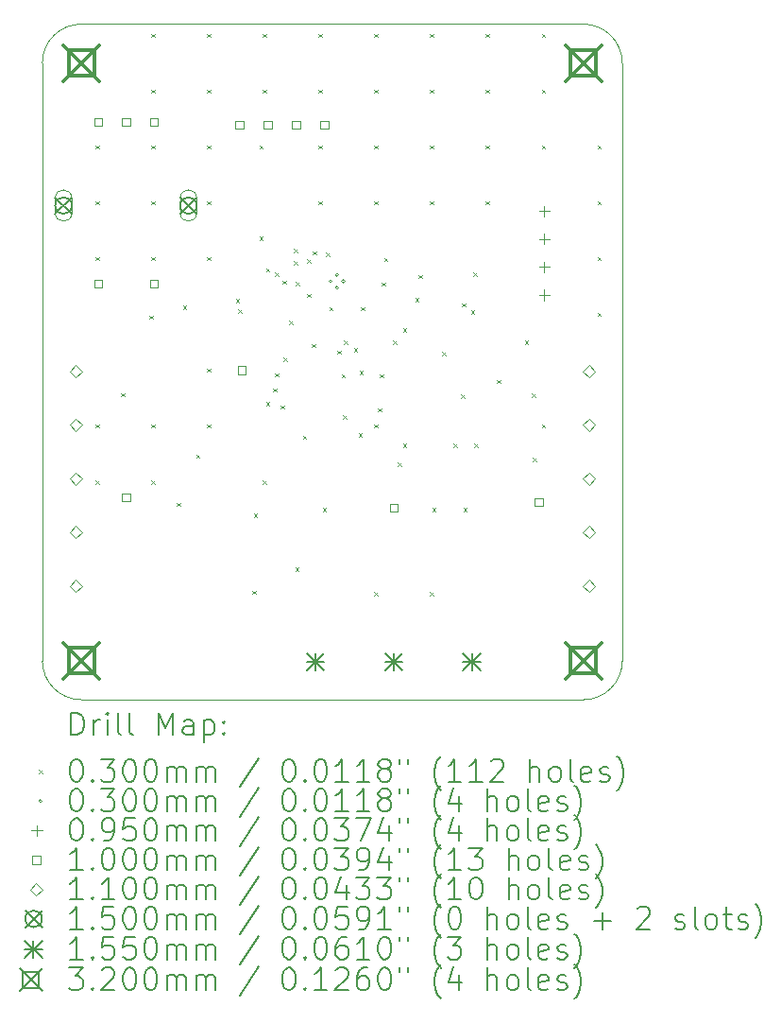
<source format=gbr>
%TF.GenerationSoftware,KiCad,Pcbnew,9.99.0-679-g5f620f0fa1*%
%TF.CreationDate,2025-04-01T17:45:59+06:00*%
%TF.ProjectId,hakko_station,68616b6b-6f5f-4737-9461-74696f6e2e6b,rev?*%
%TF.SameCoordinates,Original*%
%TF.FileFunction,Drillmap*%
%TF.FilePolarity,Positive*%
%FSLAX45Y45*%
G04 Gerber Fmt 4.5, Leading zero omitted, Abs format (unit mm)*
G04 Created by KiCad (PCBNEW 9.99.0-679-g5f620f0fa1) date 2025-04-01 17:45:59*
%MOMM*%
%LPD*%
G01*
G04 APERTURE LIST*
%ADD10C,0.050000*%
%ADD11C,0.200000*%
%ADD12C,0.100000*%
%ADD13C,0.110000*%
%ADD14C,0.150000*%
%ADD15C,0.155000*%
%ADD16C,0.320000*%
G04 APERTURE END LIST*
D10*
X7100000Y-7100000D02*
G75*
G02*
X7450000Y-6750000I350000J0D01*
G01*
X12300000Y-12450000D02*
G75*
G02*
X11950000Y-12800000I-350000J0D01*
G01*
X7450000Y-12800000D02*
G75*
G02*
X7100000Y-12450000I0J350000D01*
G01*
X7450000Y-6750000D02*
X11950000Y-6750000D01*
X11950000Y-12800000D02*
X7450000Y-12800000D01*
X12300000Y-7100000D02*
X12300000Y-12450000D01*
X7100000Y-12450000D02*
X7100000Y-7100000D01*
X11950000Y-6750000D02*
G75*
G02*
X12300000Y-7100000I0J-350000D01*
G01*
D11*
D12*
X7576726Y-7835175D02*
X7606726Y-7865175D01*
X7606726Y-7835175D02*
X7576726Y-7865175D01*
X7576726Y-8335175D02*
X7606726Y-8365175D01*
X7606726Y-8335175D02*
X7576726Y-8365175D01*
X7576726Y-8835175D02*
X7606726Y-8865175D01*
X7606726Y-8835175D02*
X7576726Y-8865175D01*
X7576726Y-10335175D02*
X7606726Y-10365175D01*
X7606726Y-10335175D02*
X7576726Y-10365175D01*
X7576726Y-10835175D02*
X7606726Y-10865175D01*
X7606726Y-10835175D02*
X7576726Y-10865175D01*
X7805000Y-10055000D02*
X7835000Y-10085000D01*
X7835000Y-10055000D02*
X7805000Y-10085000D01*
X8060000Y-9360000D02*
X8090000Y-9390000D01*
X8090000Y-9360000D02*
X8060000Y-9390000D01*
X8076726Y-6835175D02*
X8106726Y-6865175D01*
X8106726Y-6835175D02*
X8076726Y-6865175D01*
X8076726Y-7335175D02*
X8106726Y-7365175D01*
X8106726Y-7335175D02*
X8076726Y-7365175D01*
X8076726Y-7835175D02*
X8106726Y-7865175D01*
X8106726Y-7835175D02*
X8076726Y-7865175D01*
X8076726Y-8335175D02*
X8106726Y-8365175D01*
X8106726Y-8335175D02*
X8076726Y-8365175D01*
X8076726Y-8835175D02*
X8106726Y-8865175D01*
X8106726Y-8835175D02*
X8076726Y-8865175D01*
X8076726Y-10335175D02*
X8106726Y-10365175D01*
X8106726Y-10335175D02*
X8076726Y-10365175D01*
X8076726Y-10835175D02*
X8106726Y-10865175D01*
X8106726Y-10835175D02*
X8076726Y-10865175D01*
X8305000Y-11035000D02*
X8335000Y-11065000D01*
X8335000Y-11035000D02*
X8305000Y-11065000D01*
X8360000Y-9270000D02*
X8390000Y-9300000D01*
X8390000Y-9270000D02*
X8360000Y-9300000D01*
X8480000Y-10605000D02*
X8510000Y-10635000D01*
X8510000Y-10605000D02*
X8480000Y-10635000D01*
X8576726Y-6835175D02*
X8606726Y-6865175D01*
X8606726Y-6835175D02*
X8576726Y-6865175D01*
X8576726Y-7335175D02*
X8606726Y-7365175D01*
X8606726Y-7335175D02*
X8576726Y-7365175D01*
X8576726Y-7835175D02*
X8606726Y-7865175D01*
X8606726Y-7835175D02*
X8576726Y-7865175D01*
X8576726Y-8335175D02*
X8606726Y-8365175D01*
X8606726Y-8335175D02*
X8576726Y-8365175D01*
X8576726Y-8835175D02*
X8606726Y-8865175D01*
X8606726Y-8835175D02*
X8576726Y-8865175D01*
X8576726Y-9835175D02*
X8606726Y-9865175D01*
X8606726Y-9835175D02*
X8576726Y-9865175D01*
X8576726Y-10335175D02*
X8606726Y-10365175D01*
X8606726Y-10335175D02*
X8576726Y-10365175D01*
X8835000Y-9210000D02*
X8865000Y-9240000D01*
X8865000Y-9210000D02*
X8835000Y-9240000D01*
X8855000Y-9305000D02*
X8885000Y-9335000D01*
X8885000Y-9305000D02*
X8855000Y-9335000D01*
X8985000Y-11825000D02*
X9015000Y-11855000D01*
X9015000Y-11825000D02*
X8985000Y-11855000D01*
X8995000Y-11135000D02*
X9025000Y-11165000D01*
X9025000Y-11135000D02*
X8995000Y-11165000D01*
X9045000Y-7835000D02*
X9075000Y-7865000D01*
X9075000Y-7835000D02*
X9045000Y-7865000D01*
X9045000Y-8655000D02*
X9075000Y-8685000D01*
X9075000Y-8655000D02*
X9045000Y-8685000D01*
X9076726Y-6835175D02*
X9106726Y-6865175D01*
X9106726Y-6835175D02*
X9076726Y-6865175D01*
X9076726Y-7335175D02*
X9106726Y-7365175D01*
X9106726Y-7335175D02*
X9076726Y-7365175D01*
X9076726Y-10835175D02*
X9106726Y-10865175D01*
X9106726Y-10835175D02*
X9076726Y-10865175D01*
X9105000Y-8935000D02*
X9135000Y-8965000D01*
X9135000Y-8935000D02*
X9105000Y-8965000D01*
X9105000Y-10135000D02*
X9135000Y-10165000D01*
X9135000Y-10135000D02*
X9105000Y-10165000D01*
X9170000Y-10010000D02*
X9200000Y-10040000D01*
X9200000Y-10010000D02*
X9170000Y-10040000D01*
X9185000Y-8975000D02*
X9215000Y-9005000D01*
X9215000Y-8975000D02*
X9185000Y-9005000D01*
X9185000Y-9875000D02*
X9215000Y-9905000D01*
X9215000Y-9875000D02*
X9185000Y-9905000D01*
X9235000Y-10165000D02*
X9265000Y-10195000D01*
X9265000Y-10165000D02*
X9235000Y-10195000D01*
X9255000Y-9045000D02*
X9285000Y-9075000D01*
X9285000Y-9045000D02*
X9255000Y-9075000D01*
X9262400Y-9735000D02*
X9292400Y-9765000D01*
X9292400Y-9735000D02*
X9262400Y-9765000D01*
X9315000Y-9405000D02*
X9345000Y-9435000D01*
X9345000Y-9405000D02*
X9315000Y-9435000D01*
X9355000Y-8765000D02*
X9385000Y-8795000D01*
X9385000Y-8765000D02*
X9355000Y-8795000D01*
X9355000Y-8875000D02*
X9385000Y-8905000D01*
X9385000Y-8875000D02*
X9355000Y-8905000D01*
X9370000Y-11615000D02*
X9400000Y-11645000D01*
X9400000Y-11615000D02*
X9370000Y-11645000D01*
X9371109Y-9058891D02*
X9401109Y-9088891D01*
X9401109Y-9058891D02*
X9371109Y-9088891D01*
X9435000Y-10435000D02*
X9465000Y-10465000D01*
X9465000Y-10435000D02*
X9435000Y-10465000D01*
X9475000Y-8855000D02*
X9505000Y-8885000D01*
X9505000Y-8855000D02*
X9475000Y-8885000D01*
X9475000Y-9165000D02*
X9505000Y-9195000D01*
X9505000Y-9165000D02*
X9475000Y-9195000D01*
X9515000Y-9615000D02*
X9545000Y-9645000D01*
X9545000Y-9615000D02*
X9515000Y-9645000D01*
X9526716Y-8783284D02*
X9556716Y-8813284D01*
X9556716Y-8783284D02*
X9526716Y-8813284D01*
X9576726Y-6835175D02*
X9606726Y-6865175D01*
X9606726Y-6835175D02*
X9576726Y-6865175D01*
X9576726Y-7335175D02*
X9606726Y-7365175D01*
X9606726Y-7335175D02*
X9576726Y-7365175D01*
X9576726Y-7835175D02*
X9606726Y-7865175D01*
X9606726Y-7835175D02*
X9576726Y-7865175D01*
X9576726Y-8335175D02*
X9606726Y-8365175D01*
X9606726Y-8335175D02*
X9576726Y-8365175D01*
X9615000Y-11085000D02*
X9645000Y-11115000D01*
X9645000Y-11085000D02*
X9615000Y-11115000D01*
X9645000Y-8795000D02*
X9675000Y-8825000D01*
X9675000Y-8795000D02*
X9645000Y-8825000D01*
X9675000Y-9285000D02*
X9705000Y-9315000D01*
X9705000Y-9285000D02*
X9675000Y-9315000D01*
X9745000Y-9675000D02*
X9775000Y-9705000D01*
X9775000Y-9675000D02*
X9745000Y-9705000D01*
X9785000Y-9885000D02*
X9815000Y-9915000D01*
X9815000Y-9885000D02*
X9785000Y-9915000D01*
X9795000Y-10255000D02*
X9825000Y-10285000D01*
X9825000Y-10255000D02*
X9795000Y-10285000D01*
X9805000Y-9585000D02*
X9835000Y-9615000D01*
X9835000Y-9585000D02*
X9805000Y-9615000D01*
X9895000Y-9650000D02*
X9925000Y-9680000D01*
X9925000Y-9650000D02*
X9895000Y-9680000D01*
X9935000Y-10415000D02*
X9965000Y-10445000D01*
X9965000Y-10415000D02*
X9935000Y-10445000D01*
X9945000Y-9855000D02*
X9975000Y-9885000D01*
X9975000Y-9855000D02*
X9945000Y-9885000D01*
X9955000Y-9285000D02*
X9985000Y-9315000D01*
X9985000Y-9285000D02*
X9955000Y-9315000D01*
X10076726Y-6835175D02*
X10106726Y-6865175D01*
X10106726Y-6835175D02*
X10076726Y-6865175D01*
X10076726Y-7335175D02*
X10106726Y-7365175D01*
X10106726Y-7335175D02*
X10076726Y-7365175D01*
X10076726Y-7835175D02*
X10106726Y-7865175D01*
X10106726Y-7835175D02*
X10076726Y-7865175D01*
X10076726Y-8335175D02*
X10106726Y-8365175D01*
X10106726Y-8335175D02*
X10076726Y-8365175D01*
X10076726Y-10335175D02*
X10106726Y-10365175D01*
X10106726Y-10335175D02*
X10076726Y-10365175D01*
X10076726Y-11835175D02*
X10106726Y-11865175D01*
X10106726Y-11835175D02*
X10076726Y-11865175D01*
X10110000Y-10190000D02*
X10140000Y-10220000D01*
X10140000Y-10190000D02*
X10110000Y-10220000D01*
X10125000Y-9885000D02*
X10155000Y-9915000D01*
X10155000Y-9885000D02*
X10125000Y-9915000D01*
X10145000Y-9065000D02*
X10175000Y-9095000D01*
X10175000Y-9065000D02*
X10145000Y-9095000D01*
X10165000Y-8845000D02*
X10195000Y-8875000D01*
X10195000Y-8845000D02*
X10165000Y-8875000D01*
X10245000Y-9585000D02*
X10275000Y-9615000D01*
X10275000Y-9585000D02*
X10245000Y-9615000D01*
X10285000Y-10675000D02*
X10315000Y-10705000D01*
X10315000Y-10675000D02*
X10285000Y-10705000D01*
X10335000Y-9473000D02*
X10365000Y-9503000D01*
X10365000Y-9473000D02*
X10335000Y-9503000D01*
X10335000Y-10505000D02*
X10365000Y-10535000D01*
X10365000Y-10505000D02*
X10335000Y-10535000D01*
X10445000Y-9205000D02*
X10475000Y-9235000D01*
X10475000Y-9205000D02*
X10445000Y-9235000D01*
X10475000Y-8995000D02*
X10505000Y-9025000D01*
X10505000Y-8995000D02*
X10475000Y-9025000D01*
X10576726Y-6835175D02*
X10606726Y-6865175D01*
X10606726Y-6835175D02*
X10576726Y-6865175D01*
X10576726Y-7335175D02*
X10606726Y-7365175D01*
X10606726Y-7335175D02*
X10576726Y-7365175D01*
X10576726Y-7835175D02*
X10606726Y-7865175D01*
X10606726Y-7835175D02*
X10576726Y-7865175D01*
X10576726Y-8335175D02*
X10606726Y-8365175D01*
X10606726Y-8335175D02*
X10576726Y-8365175D01*
X10576726Y-11835175D02*
X10606726Y-11865175D01*
X10606726Y-11835175D02*
X10576726Y-11865175D01*
X10595000Y-11085000D02*
X10625000Y-11115000D01*
X10625000Y-11085000D02*
X10595000Y-11115000D01*
X10685000Y-9685000D02*
X10715000Y-9715000D01*
X10715000Y-9685000D02*
X10685000Y-9715000D01*
X10785000Y-10505000D02*
X10815000Y-10535000D01*
X10815000Y-10505000D02*
X10785000Y-10535000D01*
X10852500Y-10065000D02*
X10882500Y-10095000D01*
X10882500Y-10065000D02*
X10852500Y-10095000D01*
X10865000Y-9248500D02*
X10895000Y-9278500D01*
X10895000Y-9248500D02*
X10865000Y-9278500D01*
X10875000Y-11085000D02*
X10905000Y-11115000D01*
X10905000Y-11085000D02*
X10875000Y-11115000D01*
X10945000Y-9315000D02*
X10975000Y-9345000D01*
X10975000Y-9315000D02*
X10945000Y-9345000D01*
X10965000Y-8975000D02*
X10995000Y-9005000D01*
X10995000Y-8975000D02*
X10965000Y-9005000D01*
X10975000Y-10505000D02*
X11005000Y-10535000D01*
X11005000Y-10505000D02*
X10975000Y-10535000D01*
X11076726Y-6835175D02*
X11106726Y-6865175D01*
X11106726Y-6835175D02*
X11076726Y-6865175D01*
X11076726Y-7335175D02*
X11106726Y-7365175D01*
X11106726Y-7335175D02*
X11076726Y-7365175D01*
X11076726Y-7835175D02*
X11106726Y-7865175D01*
X11106726Y-7835175D02*
X11076726Y-7865175D01*
X11076726Y-8335175D02*
X11106726Y-8365175D01*
X11106726Y-8335175D02*
X11076726Y-8365175D01*
X11177600Y-9935000D02*
X11207600Y-9965000D01*
X11207600Y-9935000D02*
X11177600Y-9965000D01*
X11425000Y-9585000D02*
X11455000Y-9615000D01*
X11455000Y-9585000D02*
X11425000Y-9615000D01*
X11490000Y-10060000D02*
X11520000Y-10090000D01*
X11520000Y-10060000D02*
X11490000Y-10090000D01*
X11496000Y-10635000D02*
X11526000Y-10665000D01*
X11526000Y-10635000D02*
X11496000Y-10665000D01*
X11576726Y-6835175D02*
X11606726Y-6865175D01*
X11606726Y-6835175D02*
X11576726Y-6865175D01*
X11576726Y-7335175D02*
X11606726Y-7365175D01*
X11606726Y-7335175D02*
X11576726Y-7365175D01*
X11576726Y-7835175D02*
X11606726Y-7865175D01*
X11606726Y-7835175D02*
X11576726Y-7865175D01*
X11576726Y-10335175D02*
X11606726Y-10365175D01*
X11606726Y-10335175D02*
X11576726Y-10365175D01*
X12076726Y-7835175D02*
X12106726Y-7865175D01*
X12106726Y-7835175D02*
X12076726Y-7865175D01*
X12076726Y-8335175D02*
X12106726Y-8365175D01*
X12106726Y-8335175D02*
X12076726Y-8365175D01*
X12076726Y-8835175D02*
X12106726Y-8865175D01*
X12106726Y-8835175D02*
X12076726Y-8865175D01*
X12076726Y-9335175D02*
X12106726Y-9365175D01*
X12106726Y-9335175D02*
X12076726Y-9365175D01*
X9699333Y-9054038D02*
G75*
G02*
X9669333Y-9054038I-15000J0D01*
G01*
X9669333Y-9054038D02*
G75*
G02*
X9699333Y-9054038I15000J0D01*
G01*
X9755901Y-8997470D02*
G75*
G02*
X9725901Y-8997470I-15000J0D01*
G01*
X9725901Y-8997470D02*
G75*
G02*
X9755901Y-8997470I15000J0D01*
G01*
X9755901Y-9110607D02*
G75*
G02*
X9725901Y-9110607I-15000J0D01*
G01*
X9725901Y-9110607D02*
G75*
G02*
X9755901Y-9110607I15000J0D01*
G01*
X9812470Y-9054038D02*
G75*
G02*
X9782470Y-9054038I-15000J0D01*
G01*
X9782470Y-9054038D02*
G75*
G02*
X9812470Y-9054038I15000J0D01*
G01*
X11600000Y-8377500D02*
X11600000Y-8472500D01*
X11552500Y-8425000D02*
X11647500Y-8425000D01*
X11600000Y-8627500D02*
X11600000Y-8722500D01*
X11552500Y-8675000D02*
X11647500Y-8675000D01*
X11600000Y-8877500D02*
X11600000Y-8972500D01*
X11552500Y-8925000D02*
X11647500Y-8925000D01*
X11600000Y-9127500D02*
X11600000Y-9222500D01*
X11552500Y-9175000D02*
X11647500Y-9175000D01*
X7635356Y-7660356D02*
X7635356Y-7589644D01*
X7564644Y-7589644D01*
X7564644Y-7660356D01*
X7635356Y-7660356D01*
X7635356Y-9110356D02*
X7635356Y-9039644D01*
X7564644Y-9039644D01*
X7564644Y-9110356D01*
X7635356Y-9110356D01*
X7885356Y-7660356D02*
X7885356Y-7589644D01*
X7814644Y-7589644D01*
X7814644Y-7660356D01*
X7885356Y-7660356D01*
X7885356Y-11025356D02*
X7885356Y-10954644D01*
X7814644Y-10954644D01*
X7814644Y-11025356D01*
X7885356Y-11025356D01*
X8135356Y-7660356D02*
X8135356Y-7589644D01*
X8064644Y-7589644D01*
X8064644Y-7660356D01*
X8135356Y-7660356D01*
X8135356Y-9110356D02*
X8135356Y-9039644D01*
X8064644Y-9039644D01*
X8064644Y-9110356D01*
X8135356Y-9110356D01*
X8903356Y-7685356D02*
X8903356Y-7614644D01*
X8832644Y-7614644D01*
X8832644Y-7685356D01*
X8903356Y-7685356D01*
X8925356Y-9885356D02*
X8925356Y-9814644D01*
X8854644Y-9814644D01*
X8854644Y-9885356D01*
X8925356Y-9885356D01*
X9157356Y-7685356D02*
X9157356Y-7614644D01*
X9086644Y-7614644D01*
X9086644Y-7685356D01*
X9157356Y-7685356D01*
X9411356Y-7685356D02*
X9411356Y-7614644D01*
X9340644Y-7614644D01*
X9340644Y-7685356D01*
X9411356Y-7685356D01*
X9665356Y-7685356D02*
X9665356Y-7614644D01*
X9594644Y-7614644D01*
X9594644Y-7685356D01*
X9665356Y-7685356D01*
X10285056Y-11115356D02*
X10285056Y-11044644D01*
X10214344Y-11044644D01*
X10214344Y-11115356D01*
X10285056Y-11115356D01*
X11585356Y-11065356D02*
X11585356Y-10994644D01*
X11514644Y-10994644D01*
X11514644Y-11065356D01*
X11585356Y-11065356D01*
D13*
X7400000Y-9915000D02*
X7455000Y-9860000D01*
X7400000Y-9805000D01*
X7345000Y-9860000D01*
X7400000Y-9915000D01*
X7400000Y-10395000D02*
X7455000Y-10340000D01*
X7400000Y-10285000D01*
X7345000Y-10340000D01*
X7400000Y-10395000D01*
X7400000Y-10875000D02*
X7455000Y-10820000D01*
X7400000Y-10765000D01*
X7345000Y-10820000D01*
X7400000Y-10875000D01*
X7400000Y-11355000D02*
X7455000Y-11300000D01*
X7400000Y-11245000D01*
X7345000Y-11300000D01*
X7400000Y-11355000D01*
X7400000Y-11835000D02*
X7455000Y-11780000D01*
X7400000Y-11725000D01*
X7345000Y-11780000D01*
X7400000Y-11835000D01*
X12000000Y-9915000D02*
X12055000Y-9860000D01*
X12000000Y-9805000D01*
X11945000Y-9860000D01*
X12000000Y-9915000D01*
X12000000Y-10395000D02*
X12055000Y-10340000D01*
X12000000Y-10285000D01*
X11945000Y-10340000D01*
X12000000Y-10395000D01*
X12000000Y-10875000D02*
X12055000Y-10820000D01*
X12000000Y-10765000D01*
X11945000Y-10820000D01*
X12000000Y-10875000D01*
X12000000Y-11355000D02*
X12055000Y-11300000D01*
X12000000Y-11245000D01*
X11945000Y-11300000D01*
X12000000Y-11355000D01*
X12000000Y-11835000D02*
X12055000Y-11780000D01*
X12000000Y-11725000D01*
X11945000Y-11780000D01*
X12000000Y-11835000D01*
D14*
X7215000Y-8300000D02*
X7365000Y-8450000D01*
X7365000Y-8300000D02*
X7215000Y-8450000D01*
X7365000Y-8375000D02*
G75*
G02*
X7215000Y-8375000I-75000J0D01*
G01*
X7215000Y-8375000D02*
G75*
G02*
X7365000Y-8375000I75000J0D01*
G01*
D12*
X7215000Y-8310000D02*
X7215000Y-8440000D01*
X7365000Y-8440000D02*
G75*
G02*
X7215000Y-8440000I-75000J0D01*
G01*
X7365000Y-8440000D02*
X7365000Y-8310000D01*
X7365000Y-8310000D02*
G75*
G03*
X7215000Y-8310000I-75000J0D01*
G01*
D14*
X8335000Y-8300000D02*
X8485000Y-8450000D01*
X8485000Y-8300000D02*
X8335000Y-8450000D01*
X8485000Y-8375000D02*
G75*
G02*
X8335000Y-8375000I-75000J0D01*
G01*
X8335000Y-8375000D02*
G75*
G02*
X8485000Y-8375000I75000J0D01*
G01*
D12*
X8335000Y-8310000D02*
X8335000Y-8440000D01*
X8485000Y-8440000D02*
G75*
G02*
X8335000Y-8440000I-75000J0D01*
G01*
X8485000Y-8440000D02*
X8485000Y-8310000D01*
X8485000Y-8310000D02*
G75*
G03*
X8335000Y-8310000I-75000J0D01*
G01*
D15*
X9472500Y-12382500D02*
X9627500Y-12537500D01*
X9627500Y-12382500D02*
X9472500Y-12537500D01*
X9550000Y-12382500D02*
X9550000Y-12537500D01*
X9472500Y-12460000D02*
X9627500Y-12460000D01*
X10172500Y-12382500D02*
X10327500Y-12537500D01*
X10327500Y-12382500D02*
X10172500Y-12537500D01*
X10250000Y-12382500D02*
X10250000Y-12537500D01*
X10172500Y-12460000D02*
X10327500Y-12460000D01*
X10872500Y-12382500D02*
X11027500Y-12537500D01*
X11027500Y-12382500D02*
X10872500Y-12537500D01*
X10950000Y-12382500D02*
X10950000Y-12537500D01*
X10872500Y-12460000D02*
X11027500Y-12460000D01*
D16*
X7290000Y-6940000D02*
X7610000Y-7260000D01*
X7610000Y-6940000D02*
X7290000Y-7260000D01*
X7563138Y-7213138D02*
X7563138Y-6986862D01*
X7336862Y-6986862D01*
X7336862Y-7213138D01*
X7563138Y-7213138D01*
X7290000Y-12290000D02*
X7610000Y-12610000D01*
X7610000Y-12290000D02*
X7290000Y-12610000D01*
X7563138Y-12563138D02*
X7563138Y-12336862D01*
X7336862Y-12336862D01*
X7336862Y-12563138D01*
X7563138Y-12563138D01*
X11790000Y-6940000D02*
X12110000Y-7260000D01*
X12110000Y-6940000D02*
X11790000Y-7260000D01*
X12063138Y-7213138D02*
X12063138Y-6986862D01*
X11836862Y-6986862D01*
X11836862Y-7213138D01*
X12063138Y-7213138D01*
X11790000Y-12290000D02*
X12110000Y-12610000D01*
X12110000Y-12290000D02*
X11790000Y-12610000D01*
X12063138Y-12563138D02*
X12063138Y-12336862D01*
X11836862Y-12336862D01*
X11836862Y-12563138D01*
X12063138Y-12563138D01*
D11*
X7358277Y-13113984D02*
X7358277Y-12913984D01*
X7358277Y-12913984D02*
X7405896Y-12913984D01*
X7405896Y-12913984D02*
X7434467Y-12923508D01*
X7434467Y-12923508D02*
X7453515Y-12942555D01*
X7453515Y-12942555D02*
X7463039Y-12961603D01*
X7463039Y-12961603D02*
X7472562Y-12999698D01*
X7472562Y-12999698D02*
X7472562Y-13028269D01*
X7472562Y-13028269D02*
X7463039Y-13066365D01*
X7463039Y-13066365D02*
X7453515Y-13085412D01*
X7453515Y-13085412D02*
X7434467Y-13104460D01*
X7434467Y-13104460D02*
X7405896Y-13113984D01*
X7405896Y-13113984D02*
X7358277Y-13113984D01*
X7558277Y-13113984D02*
X7558277Y-12980650D01*
X7558277Y-13018746D02*
X7567801Y-12999698D01*
X7567801Y-12999698D02*
X7577324Y-12990174D01*
X7577324Y-12990174D02*
X7596372Y-12980650D01*
X7596372Y-12980650D02*
X7615420Y-12980650D01*
X7682086Y-13113984D02*
X7682086Y-12980650D01*
X7682086Y-12913984D02*
X7672562Y-12923508D01*
X7672562Y-12923508D02*
X7682086Y-12933031D01*
X7682086Y-12933031D02*
X7691610Y-12923508D01*
X7691610Y-12923508D02*
X7682086Y-12913984D01*
X7682086Y-12913984D02*
X7682086Y-12933031D01*
X7805896Y-13113984D02*
X7786848Y-13104460D01*
X7786848Y-13104460D02*
X7777324Y-13085412D01*
X7777324Y-13085412D02*
X7777324Y-12913984D01*
X7910658Y-13113984D02*
X7891610Y-13104460D01*
X7891610Y-13104460D02*
X7882086Y-13085412D01*
X7882086Y-13085412D02*
X7882086Y-12913984D01*
X8139229Y-13113984D02*
X8139229Y-12913984D01*
X8139229Y-12913984D02*
X8205896Y-13056841D01*
X8205896Y-13056841D02*
X8272562Y-12913984D01*
X8272562Y-12913984D02*
X8272562Y-13113984D01*
X8453515Y-13113984D02*
X8453515Y-13009222D01*
X8453515Y-13009222D02*
X8443991Y-12990174D01*
X8443991Y-12990174D02*
X8424944Y-12980650D01*
X8424944Y-12980650D02*
X8386848Y-12980650D01*
X8386848Y-12980650D02*
X8367801Y-12990174D01*
X8453515Y-13104460D02*
X8434467Y-13113984D01*
X8434467Y-13113984D02*
X8386848Y-13113984D01*
X8386848Y-13113984D02*
X8367801Y-13104460D01*
X8367801Y-13104460D02*
X8358277Y-13085412D01*
X8358277Y-13085412D02*
X8358277Y-13066365D01*
X8358277Y-13066365D02*
X8367801Y-13047317D01*
X8367801Y-13047317D02*
X8386848Y-13037793D01*
X8386848Y-13037793D02*
X8434467Y-13037793D01*
X8434467Y-13037793D02*
X8453515Y-13028269D01*
X8548753Y-12980650D02*
X8548753Y-13180650D01*
X8548753Y-12990174D02*
X8567801Y-12980650D01*
X8567801Y-12980650D02*
X8605896Y-12980650D01*
X8605896Y-12980650D02*
X8624944Y-12990174D01*
X8624944Y-12990174D02*
X8634467Y-12999698D01*
X8634467Y-12999698D02*
X8643991Y-13018746D01*
X8643991Y-13018746D02*
X8643991Y-13075888D01*
X8643991Y-13075888D02*
X8634467Y-13094936D01*
X8634467Y-13094936D02*
X8624944Y-13104460D01*
X8624944Y-13104460D02*
X8605896Y-13113984D01*
X8605896Y-13113984D02*
X8567801Y-13113984D01*
X8567801Y-13113984D02*
X8548753Y-13104460D01*
X8729705Y-13094936D02*
X8739229Y-13104460D01*
X8739229Y-13104460D02*
X8729705Y-13113984D01*
X8729705Y-13113984D02*
X8720182Y-13104460D01*
X8720182Y-13104460D02*
X8729705Y-13094936D01*
X8729705Y-13094936D02*
X8729705Y-13113984D01*
X8729705Y-12990174D02*
X8739229Y-12999698D01*
X8739229Y-12999698D02*
X8729705Y-13009222D01*
X8729705Y-13009222D02*
X8720182Y-12999698D01*
X8720182Y-12999698D02*
X8729705Y-12990174D01*
X8729705Y-12990174D02*
X8729705Y-13009222D01*
D12*
X7067500Y-13427500D02*
X7097500Y-13457500D01*
X7097500Y-13427500D02*
X7067500Y-13457500D01*
D11*
X7396372Y-13333984D02*
X7415420Y-13333984D01*
X7415420Y-13333984D02*
X7434467Y-13343508D01*
X7434467Y-13343508D02*
X7443991Y-13353031D01*
X7443991Y-13353031D02*
X7453515Y-13372079D01*
X7453515Y-13372079D02*
X7463039Y-13410174D01*
X7463039Y-13410174D02*
X7463039Y-13457793D01*
X7463039Y-13457793D02*
X7453515Y-13495888D01*
X7453515Y-13495888D02*
X7443991Y-13514936D01*
X7443991Y-13514936D02*
X7434467Y-13524460D01*
X7434467Y-13524460D02*
X7415420Y-13533984D01*
X7415420Y-13533984D02*
X7396372Y-13533984D01*
X7396372Y-13533984D02*
X7377324Y-13524460D01*
X7377324Y-13524460D02*
X7367801Y-13514936D01*
X7367801Y-13514936D02*
X7358277Y-13495888D01*
X7358277Y-13495888D02*
X7348753Y-13457793D01*
X7348753Y-13457793D02*
X7348753Y-13410174D01*
X7348753Y-13410174D02*
X7358277Y-13372079D01*
X7358277Y-13372079D02*
X7367801Y-13353031D01*
X7367801Y-13353031D02*
X7377324Y-13343508D01*
X7377324Y-13343508D02*
X7396372Y-13333984D01*
X7548753Y-13514936D02*
X7558277Y-13524460D01*
X7558277Y-13524460D02*
X7548753Y-13533984D01*
X7548753Y-13533984D02*
X7539229Y-13524460D01*
X7539229Y-13524460D02*
X7548753Y-13514936D01*
X7548753Y-13514936D02*
X7548753Y-13533984D01*
X7624943Y-13333984D02*
X7748753Y-13333984D01*
X7748753Y-13333984D02*
X7682086Y-13410174D01*
X7682086Y-13410174D02*
X7710658Y-13410174D01*
X7710658Y-13410174D02*
X7729705Y-13419698D01*
X7729705Y-13419698D02*
X7739229Y-13429222D01*
X7739229Y-13429222D02*
X7748753Y-13448269D01*
X7748753Y-13448269D02*
X7748753Y-13495888D01*
X7748753Y-13495888D02*
X7739229Y-13514936D01*
X7739229Y-13514936D02*
X7729705Y-13524460D01*
X7729705Y-13524460D02*
X7710658Y-13533984D01*
X7710658Y-13533984D02*
X7653515Y-13533984D01*
X7653515Y-13533984D02*
X7634467Y-13524460D01*
X7634467Y-13524460D02*
X7624943Y-13514936D01*
X7872562Y-13333984D02*
X7891610Y-13333984D01*
X7891610Y-13333984D02*
X7910658Y-13343508D01*
X7910658Y-13343508D02*
X7920182Y-13353031D01*
X7920182Y-13353031D02*
X7929705Y-13372079D01*
X7929705Y-13372079D02*
X7939229Y-13410174D01*
X7939229Y-13410174D02*
X7939229Y-13457793D01*
X7939229Y-13457793D02*
X7929705Y-13495888D01*
X7929705Y-13495888D02*
X7920182Y-13514936D01*
X7920182Y-13514936D02*
X7910658Y-13524460D01*
X7910658Y-13524460D02*
X7891610Y-13533984D01*
X7891610Y-13533984D02*
X7872562Y-13533984D01*
X7872562Y-13533984D02*
X7853515Y-13524460D01*
X7853515Y-13524460D02*
X7843991Y-13514936D01*
X7843991Y-13514936D02*
X7834467Y-13495888D01*
X7834467Y-13495888D02*
X7824943Y-13457793D01*
X7824943Y-13457793D02*
X7824943Y-13410174D01*
X7824943Y-13410174D02*
X7834467Y-13372079D01*
X7834467Y-13372079D02*
X7843991Y-13353031D01*
X7843991Y-13353031D02*
X7853515Y-13343508D01*
X7853515Y-13343508D02*
X7872562Y-13333984D01*
X8063039Y-13333984D02*
X8082086Y-13333984D01*
X8082086Y-13333984D02*
X8101134Y-13343508D01*
X8101134Y-13343508D02*
X8110658Y-13353031D01*
X8110658Y-13353031D02*
X8120182Y-13372079D01*
X8120182Y-13372079D02*
X8129705Y-13410174D01*
X8129705Y-13410174D02*
X8129705Y-13457793D01*
X8129705Y-13457793D02*
X8120182Y-13495888D01*
X8120182Y-13495888D02*
X8110658Y-13514936D01*
X8110658Y-13514936D02*
X8101134Y-13524460D01*
X8101134Y-13524460D02*
X8082086Y-13533984D01*
X8082086Y-13533984D02*
X8063039Y-13533984D01*
X8063039Y-13533984D02*
X8043991Y-13524460D01*
X8043991Y-13524460D02*
X8034467Y-13514936D01*
X8034467Y-13514936D02*
X8024943Y-13495888D01*
X8024943Y-13495888D02*
X8015420Y-13457793D01*
X8015420Y-13457793D02*
X8015420Y-13410174D01*
X8015420Y-13410174D02*
X8024943Y-13372079D01*
X8024943Y-13372079D02*
X8034467Y-13353031D01*
X8034467Y-13353031D02*
X8043991Y-13343508D01*
X8043991Y-13343508D02*
X8063039Y-13333984D01*
X8215420Y-13533984D02*
X8215420Y-13400650D01*
X8215420Y-13419698D02*
X8224943Y-13410174D01*
X8224943Y-13410174D02*
X8243991Y-13400650D01*
X8243991Y-13400650D02*
X8272563Y-13400650D01*
X8272563Y-13400650D02*
X8291610Y-13410174D01*
X8291610Y-13410174D02*
X8301134Y-13429222D01*
X8301134Y-13429222D02*
X8301134Y-13533984D01*
X8301134Y-13429222D02*
X8310658Y-13410174D01*
X8310658Y-13410174D02*
X8329705Y-13400650D01*
X8329705Y-13400650D02*
X8358277Y-13400650D01*
X8358277Y-13400650D02*
X8377324Y-13410174D01*
X8377324Y-13410174D02*
X8386848Y-13429222D01*
X8386848Y-13429222D02*
X8386848Y-13533984D01*
X8482086Y-13533984D02*
X8482086Y-13400650D01*
X8482086Y-13419698D02*
X8491610Y-13410174D01*
X8491610Y-13410174D02*
X8510658Y-13400650D01*
X8510658Y-13400650D02*
X8539229Y-13400650D01*
X8539229Y-13400650D02*
X8558277Y-13410174D01*
X8558277Y-13410174D02*
X8567801Y-13429222D01*
X8567801Y-13429222D02*
X8567801Y-13533984D01*
X8567801Y-13429222D02*
X8577325Y-13410174D01*
X8577325Y-13410174D02*
X8596372Y-13400650D01*
X8596372Y-13400650D02*
X8624944Y-13400650D01*
X8624944Y-13400650D02*
X8643991Y-13410174D01*
X8643991Y-13410174D02*
X8653515Y-13429222D01*
X8653515Y-13429222D02*
X8653515Y-13533984D01*
X9043991Y-13324460D02*
X8872563Y-13581603D01*
X9301134Y-13333984D02*
X9320182Y-13333984D01*
X9320182Y-13333984D02*
X9339229Y-13343508D01*
X9339229Y-13343508D02*
X9348753Y-13353031D01*
X9348753Y-13353031D02*
X9358277Y-13372079D01*
X9358277Y-13372079D02*
X9367801Y-13410174D01*
X9367801Y-13410174D02*
X9367801Y-13457793D01*
X9367801Y-13457793D02*
X9358277Y-13495888D01*
X9358277Y-13495888D02*
X9348753Y-13514936D01*
X9348753Y-13514936D02*
X9339229Y-13524460D01*
X9339229Y-13524460D02*
X9320182Y-13533984D01*
X9320182Y-13533984D02*
X9301134Y-13533984D01*
X9301134Y-13533984D02*
X9282087Y-13524460D01*
X9282087Y-13524460D02*
X9272563Y-13514936D01*
X9272563Y-13514936D02*
X9263039Y-13495888D01*
X9263039Y-13495888D02*
X9253515Y-13457793D01*
X9253515Y-13457793D02*
X9253515Y-13410174D01*
X9253515Y-13410174D02*
X9263039Y-13372079D01*
X9263039Y-13372079D02*
X9272563Y-13353031D01*
X9272563Y-13353031D02*
X9282087Y-13343508D01*
X9282087Y-13343508D02*
X9301134Y-13333984D01*
X9453515Y-13514936D02*
X9463039Y-13524460D01*
X9463039Y-13524460D02*
X9453515Y-13533984D01*
X9453515Y-13533984D02*
X9443991Y-13524460D01*
X9443991Y-13524460D02*
X9453515Y-13514936D01*
X9453515Y-13514936D02*
X9453515Y-13533984D01*
X9586848Y-13333984D02*
X9605896Y-13333984D01*
X9605896Y-13333984D02*
X9624944Y-13343508D01*
X9624944Y-13343508D02*
X9634468Y-13353031D01*
X9634468Y-13353031D02*
X9643991Y-13372079D01*
X9643991Y-13372079D02*
X9653515Y-13410174D01*
X9653515Y-13410174D02*
X9653515Y-13457793D01*
X9653515Y-13457793D02*
X9643991Y-13495888D01*
X9643991Y-13495888D02*
X9634468Y-13514936D01*
X9634468Y-13514936D02*
X9624944Y-13524460D01*
X9624944Y-13524460D02*
X9605896Y-13533984D01*
X9605896Y-13533984D02*
X9586848Y-13533984D01*
X9586848Y-13533984D02*
X9567801Y-13524460D01*
X9567801Y-13524460D02*
X9558277Y-13514936D01*
X9558277Y-13514936D02*
X9548753Y-13495888D01*
X9548753Y-13495888D02*
X9539229Y-13457793D01*
X9539229Y-13457793D02*
X9539229Y-13410174D01*
X9539229Y-13410174D02*
X9548753Y-13372079D01*
X9548753Y-13372079D02*
X9558277Y-13353031D01*
X9558277Y-13353031D02*
X9567801Y-13343508D01*
X9567801Y-13343508D02*
X9586848Y-13333984D01*
X9843991Y-13533984D02*
X9729706Y-13533984D01*
X9786848Y-13533984D02*
X9786848Y-13333984D01*
X9786848Y-13333984D02*
X9767801Y-13362555D01*
X9767801Y-13362555D02*
X9748753Y-13381603D01*
X9748753Y-13381603D02*
X9729706Y-13391127D01*
X10034468Y-13533984D02*
X9920182Y-13533984D01*
X9977325Y-13533984D02*
X9977325Y-13333984D01*
X9977325Y-13333984D02*
X9958277Y-13362555D01*
X9958277Y-13362555D02*
X9939229Y-13381603D01*
X9939229Y-13381603D02*
X9920182Y-13391127D01*
X10148753Y-13419698D02*
X10129706Y-13410174D01*
X10129706Y-13410174D02*
X10120182Y-13400650D01*
X10120182Y-13400650D02*
X10110658Y-13381603D01*
X10110658Y-13381603D02*
X10110658Y-13372079D01*
X10110658Y-13372079D02*
X10120182Y-13353031D01*
X10120182Y-13353031D02*
X10129706Y-13343508D01*
X10129706Y-13343508D02*
X10148753Y-13333984D01*
X10148753Y-13333984D02*
X10186849Y-13333984D01*
X10186849Y-13333984D02*
X10205896Y-13343508D01*
X10205896Y-13343508D02*
X10215420Y-13353031D01*
X10215420Y-13353031D02*
X10224944Y-13372079D01*
X10224944Y-13372079D02*
X10224944Y-13381603D01*
X10224944Y-13381603D02*
X10215420Y-13400650D01*
X10215420Y-13400650D02*
X10205896Y-13410174D01*
X10205896Y-13410174D02*
X10186849Y-13419698D01*
X10186849Y-13419698D02*
X10148753Y-13419698D01*
X10148753Y-13419698D02*
X10129706Y-13429222D01*
X10129706Y-13429222D02*
X10120182Y-13438746D01*
X10120182Y-13438746D02*
X10110658Y-13457793D01*
X10110658Y-13457793D02*
X10110658Y-13495888D01*
X10110658Y-13495888D02*
X10120182Y-13514936D01*
X10120182Y-13514936D02*
X10129706Y-13524460D01*
X10129706Y-13524460D02*
X10148753Y-13533984D01*
X10148753Y-13533984D02*
X10186849Y-13533984D01*
X10186849Y-13533984D02*
X10205896Y-13524460D01*
X10205896Y-13524460D02*
X10215420Y-13514936D01*
X10215420Y-13514936D02*
X10224944Y-13495888D01*
X10224944Y-13495888D02*
X10224944Y-13457793D01*
X10224944Y-13457793D02*
X10215420Y-13438746D01*
X10215420Y-13438746D02*
X10205896Y-13429222D01*
X10205896Y-13429222D02*
X10186849Y-13419698D01*
X10301134Y-13333984D02*
X10301134Y-13372079D01*
X10377325Y-13333984D02*
X10377325Y-13372079D01*
X10672563Y-13610174D02*
X10663039Y-13600650D01*
X10663039Y-13600650D02*
X10643991Y-13572079D01*
X10643991Y-13572079D02*
X10634468Y-13553031D01*
X10634468Y-13553031D02*
X10624944Y-13524460D01*
X10624944Y-13524460D02*
X10615420Y-13476841D01*
X10615420Y-13476841D02*
X10615420Y-13438746D01*
X10615420Y-13438746D02*
X10624944Y-13391127D01*
X10624944Y-13391127D02*
X10634468Y-13362555D01*
X10634468Y-13362555D02*
X10643991Y-13343508D01*
X10643991Y-13343508D02*
X10663039Y-13314936D01*
X10663039Y-13314936D02*
X10672563Y-13305412D01*
X10853515Y-13533984D02*
X10739230Y-13533984D01*
X10796372Y-13533984D02*
X10796372Y-13333984D01*
X10796372Y-13333984D02*
X10777325Y-13362555D01*
X10777325Y-13362555D02*
X10758277Y-13381603D01*
X10758277Y-13381603D02*
X10739230Y-13391127D01*
X11043991Y-13533984D02*
X10929706Y-13533984D01*
X10986849Y-13533984D02*
X10986849Y-13333984D01*
X10986849Y-13333984D02*
X10967801Y-13362555D01*
X10967801Y-13362555D02*
X10948753Y-13381603D01*
X10948753Y-13381603D02*
X10929706Y-13391127D01*
X11120182Y-13353031D02*
X11129706Y-13343508D01*
X11129706Y-13343508D02*
X11148753Y-13333984D01*
X11148753Y-13333984D02*
X11196372Y-13333984D01*
X11196372Y-13333984D02*
X11215420Y-13343508D01*
X11215420Y-13343508D02*
X11224944Y-13353031D01*
X11224944Y-13353031D02*
X11234468Y-13372079D01*
X11234468Y-13372079D02*
X11234468Y-13391127D01*
X11234468Y-13391127D02*
X11224944Y-13419698D01*
X11224944Y-13419698D02*
X11110658Y-13533984D01*
X11110658Y-13533984D02*
X11234468Y-13533984D01*
X11472563Y-13533984D02*
X11472563Y-13333984D01*
X11558277Y-13533984D02*
X11558277Y-13429222D01*
X11558277Y-13429222D02*
X11548753Y-13410174D01*
X11548753Y-13410174D02*
X11529706Y-13400650D01*
X11529706Y-13400650D02*
X11501134Y-13400650D01*
X11501134Y-13400650D02*
X11482087Y-13410174D01*
X11482087Y-13410174D02*
X11472563Y-13419698D01*
X11682087Y-13533984D02*
X11663039Y-13524460D01*
X11663039Y-13524460D02*
X11653515Y-13514936D01*
X11653515Y-13514936D02*
X11643991Y-13495888D01*
X11643991Y-13495888D02*
X11643991Y-13438746D01*
X11643991Y-13438746D02*
X11653515Y-13419698D01*
X11653515Y-13419698D02*
X11663039Y-13410174D01*
X11663039Y-13410174D02*
X11682087Y-13400650D01*
X11682087Y-13400650D02*
X11710658Y-13400650D01*
X11710658Y-13400650D02*
X11729706Y-13410174D01*
X11729706Y-13410174D02*
X11739230Y-13419698D01*
X11739230Y-13419698D02*
X11748753Y-13438746D01*
X11748753Y-13438746D02*
X11748753Y-13495888D01*
X11748753Y-13495888D02*
X11739230Y-13514936D01*
X11739230Y-13514936D02*
X11729706Y-13524460D01*
X11729706Y-13524460D02*
X11710658Y-13533984D01*
X11710658Y-13533984D02*
X11682087Y-13533984D01*
X11863039Y-13533984D02*
X11843991Y-13524460D01*
X11843991Y-13524460D02*
X11834468Y-13505412D01*
X11834468Y-13505412D02*
X11834468Y-13333984D01*
X12015420Y-13524460D02*
X11996372Y-13533984D01*
X11996372Y-13533984D02*
X11958277Y-13533984D01*
X11958277Y-13533984D02*
X11939230Y-13524460D01*
X11939230Y-13524460D02*
X11929706Y-13505412D01*
X11929706Y-13505412D02*
X11929706Y-13429222D01*
X11929706Y-13429222D02*
X11939230Y-13410174D01*
X11939230Y-13410174D02*
X11958277Y-13400650D01*
X11958277Y-13400650D02*
X11996372Y-13400650D01*
X11996372Y-13400650D02*
X12015420Y-13410174D01*
X12015420Y-13410174D02*
X12024944Y-13429222D01*
X12024944Y-13429222D02*
X12024944Y-13448269D01*
X12024944Y-13448269D02*
X11929706Y-13467317D01*
X12101134Y-13524460D02*
X12120182Y-13533984D01*
X12120182Y-13533984D02*
X12158277Y-13533984D01*
X12158277Y-13533984D02*
X12177325Y-13524460D01*
X12177325Y-13524460D02*
X12186849Y-13505412D01*
X12186849Y-13505412D02*
X12186849Y-13495888D01*
X12186849Y-13495888D02*
X12177325Y-13476841D01*
X12177325Y-13476841D02*
X12158277Y-13467317D01*
X12158277Y-13467317D02*
X12129706Y-13467317D01*
X12129706Y-13467317D02*
X12110658Y-13457793D01*
X12110658Y-13457793D02*
X12101134Y-13438746D01*
X12101134Y-13438746D02*
X12101134Y-13429222D01*
X12101134Y-13429222D02*
X12110658Y-13410174D01*
X12110658Y-13410174D02*
X12129706Y-13400650D01*
X12129706Y-13400650D02*
X12158277Y-13400650D01*
X12158277Y-13400650D02*
X12177325Y-13410174D01*
X12253515Y-13610174D02*
X12263039Y-13600650D01*
X12263039Y-13600650D02*
X12282087Y-13572079D01*
X12282087Y-13572079D02*
X12291611Y-13553031D01*
X12291611Y-13553031D02*
X12301134Y-13524460D01*
X12301134Y-13524460D02*
X12310658Y-13476841D01*
X12310658Y-13476841D02*
X12310658Y-13438746D01*
X12310658Y-13438746D02*
X12301134Y-13391127D01*
X12301134Y-13391127D02*
X12291611Y-13362555D01*
X12291611Y-13362555D02*
X12282087Y-13343508D01*
X12282087Y-13343508D02*
X12263039Y-13314936D01*
X12263039Y-13314936D02*
X12253515Y-13305412D01*
D12*
X7097500Y-13706500D02*
G75*
G02*
X7067500Y-13706500I-15000J0D01*
G01*
X7067500Y-13706500D02*
G75*
G02*
X7097500Y-13706500I15000J0D01*
G01*
D11*
X7396372Y-13597984D02*
X7415420Y-13597984D01*
X7415420Y-13597984D02*
X7434467Y-13607508D01*
X7434467Y-13607508D02*
X7443991Y-13617031D01*
X7443991Y-13617031D02*
X7453515Y-13636079D01*
X7453515Y-13636079D02*
X7463039Y-13674174D01*
X7463039Y-13674174D02*
X7463039Y-13721793D01*
X7463039Y-13721793D02*
X7453515Y-13759888D01*
X7453515Y-13759888D02*
X7443991Y-13778936D01*
X7443991Y-13778936D02*
X7434467Y-13788460D01*
X7434467Y-13788460D02*
X7415420Y-13797984D01*
X7415420Y-13797984D02*
X7396372Y-13797984D01*
X7396372Y-13797984D02*
X7377324Y-13788460D01*
X7377324Y-13788460D02*
X7367801Y-13778936D01*
X7367801Y-13778936D02*
X7358277Y-13759888D01*
X7358277Y-13759888D02*
X7348753Y-13721793D01*
X7348753Y-13721793D02*
X7348753Y-13674174D01*
X7348753Y-13674174D02*
X7358277Y-13636079D01*
X7358277Y-13636079D02*
X7367801Y-13617031D01*
X7367801Y-13617031D02*
X7377324Y-13607508D01*
X7377324Y-13607508D02*
X7396372Y-13597984D01*
X7548753Y-13778936D02*
X7558277Y-13788460D01*
X7558277Y-13788460D02*
X7548753Y-13797984D01*
X7548753Y-13797984D02*
X7539229Y-13788460D01*
X7539229Y-13788460D02*
X7548753Y-13778936D01*
X7548753Y-13778936D02*
X7548753Y-13797984D01*
X7624943Y-13597984D02*
X7748753Y-13597984D01*
X7748753Y-13597984D02*
X7682086Y-13674174D01*
X7682086Y-13674174D02*
X7710658Y-13674174D01*
X7710658Y-13674174D02*
X7729705Y-13683698D01*
X7729705Y-13683698D02*
X7739229Y-13693222D01*
X7739229Y-13693222D02*
X7748753Y-13712269D01*
X7748753Y-13712269D02*
X7748753Y-13759888D01*
X7748753Y-13759888D02*
X7739229Y-13778936D01*
X7739229Y-13778936D02*
X7729705Y-13788460D01*
X7729705Y-13788460D02*
X7710658Y-13797984D01*
X7710658Y-13797984D02*
X7653515Y-13797984D01*
X7653515Y-13797984D02*
X7634467Y-13788460D01*
X7634467Y-13788460D02*
X7624943Y-13778936D01*
X7872562Y-13597984D02*
X7891610Y-13597984D01*
X7891610Y-13597984D02*
X7910658Y-13607508D01*
X7910658Y-13607508D02*
X7920182Y-13617031D01*
X7920182Y-13617031D02*
X7929705Y-13636079D01*
X7929705Y-13636079D02*
X7939229Y-13674174D01*
X7939229Y-13674174D02*
X7939229Y-13721793D01*
X7939229Y-13721793D02*
X7929705Y-13759888D01*
X7929705Y-13759888D02*
X7920182Y-13778936D01*
X7920182Y-13778936D02*
X7910658Y-13788460D01*
X7910658Y-13788460D02*
X7891610Y-13797984D01*
X7891610Y-13797984D02*
X7872562Y-13797984D01*
X7872562Y-13797984D02*
X7853515Y-13788460D01*
X7853515Y-13788460D02*
X7843991Y-13778936D01*
X7843991Y-13778936D02*
X7834467Y-13759888D01*
X7834467Y-13759888D02*
X7824943Y-13721793D01*
X7824943Y-13721793D02*
X7824943Y-13674174D01*
X7824943Y-13674174D02*
X7834467Y-13636079D01*
X7834467Y-13636079D02*
X7843991Y-13617031D01*
X7843991Y-13617031D02*
X7853515Y-13607508D01*
X7853515Y-13607508D02*
X7872562Y-13597984D01*
X8063039Y-13597984D02*
X8082086Y-13597984D01*
X8082086Y-13597984D02*
X8101134Y-13607508D01*
X8101134Y-13607508D02*
X8110658Y-13617031D01*
X8110658Y-13617031D02*
X8120182Y-13636079D01*
X8120182Y-13636079D02*
X8129705Y-13674174D01*
X8129705Y-13674174D02*
X8129705Y-13721793D01*
X8129705Y-13721793D02*
X8120182Y-13759888D01*
X8120182Y-13759888D02*
X8110658Y-13778936D01*
X8110658Y-13778936D02*
X8101134Y-13788460D01*
X8101134Y-13788460D02*
X8082086Y-13797984D01*
X8082086Y-13797984D02*
X8063039Y-13797984D01*
X8063039Y-13797984D02*
X8043991Y-13788460D01*
X8043991Y-13788460D02*
X8034467Y-13778936D01*
X8034467Y-13778936D02*
X8024943Y-13759888D01*
X8024943Y-13759888D02*
X8015420Y-13721793D01*
X8015420Y-13721793D02*
X8015420Y-13674174D01*
X8015420Y-13674174D02*
X8024943Y-13636079D01*
X8024943Y-13636079D02*
X8034467Y-13617031D01*
X8034467Y-13617031D02*
X8043991Y-13607508D01*
X8043991Y-13607508D02*
X8063039Y-13597984D01*
X8215420Y-13797984D02*
X8215420Y-13664650D01*
X8215420Y-13683698D02*
X8224943Y-13674174D01*
X8224943Y-13674174D02*
X8243991Y-13664650D01*
X8243991Y-13664650D02*
X8272563Y-13664650D01*
X8272563Y-13664650D02*
X8291610Y-13674174D01*
X8291610Y-13674174D02*
X8301134Y-13693222D01*
X8301134Y-13693222D02*
X8301134Y-13797984D01*
X8301134Y-13693222D02*
X8310658Y-13674174D01*
X8310658Y-13674174D02*
X8329705Y-13664650D01*
X8329705Y-13664650D02*
X8358277Y-13664650D01*
X8358277Y-13664650D02*
X8377324Y-13674174D01*
X8377324Y-13674174D02*
X8386848Y-13693222D01*
X8386848Y-13693222D02*
X8386848Y-13797984D01*
X8482086Y-13797984D02*
X8482086Y-13664650D01*
X8482086Y-13683698D02*
X8491610Y-13674174D01*
X8491610Y-13674174D02*
X8510658Y-13664650D01*
X8510658Y-13664650D02*
X8539229Y-13664650D01*
X8539229Y-13664650D02*
X8558277Y-13674174D01*
X8558277Y-13674174D02*
X8567801Y-13693222D01*
X8567801Y-13693222D02*
X8567801Y-13797984D01*
X8567801Y-13693222D02*
X8577325Y-13674174D01*
X8577325Y-13674174D02*
X8596372Y-13664650D01*
X8596372Y-13664650D02*
X8624944Y-13664650D01*
X8624944Y-13664650D02*
X8643991Y-13674174D01*
X8643991Y-13674174D02*
X8653515Y-13693222D01*
X8653515Y-13693222D02*
X8653515Y-13797984D01*
X9043991Y-13588460D02*
X8872563Y-13845603D01*
X9301134Y-13597984D02*
X9320182Y-13597984D01*
X9320182Y-13597984D02*
X9339229Y-13607508D01*
X9339229Y-13607508D02*
X9348753Y-13617031D01*
X9348753Y-13617031D02*
X9358277Y-13636079D01*
X9358277Y-13636079D02*
X9367801Y-13674174D01*
X9367801Y-13674174D02*
X9367801Y-13721793D01*
X9367801Y-13721793D02*
X9358277Y-13759888D01*
X9358277Y-13759888D02*
X9348753Y-13778936D01*
X9348753Y-13778936D02*
X9339229Y-13788460D01*
X9339229Y-13788460D02*
X9320182Y-13797984D01*
X9320182Y-13797984D02*
X9301134Y-13797984D01*
X9301134Y-13797984D02*
X9282087Y-13788460D01*
X9282087Y-13788460D02*
X9272563Y-13778936D01*
X9272563Y-13778936D02*
X9263039Y-13759888D01*
X9263039Y-13759888D02*
X9253515Y-13721793D01*
X9253515Y-13721793D02*
X9253515Y-13674174D01*
X9253515Y-13674174D02*
X9263039Y-13636079D01*
X9263039Y-13636079D02*
X9272563Y-13617031D01*
X9272563Y-13617031D02*
X9282087Y-13607508D01*
X9282087Y-13607508D02*
X9301134Y-13597984D01*
X9453515Y-13778936D02*
X9463039Y-13788460D01*
X9463039Y-13788460D02*
X9453515Y-13797984D01*
X9453515Y-13797984D02*
X9443991Y-13788460D01*
X9443991Y-13788460D02*
X9453515Y-13778936D01*
X9453515Y-13778936D02*
X9453515Y-13797984D01*
X9586848Y-13597984D02*
X9605896Y-13597984D01*
X9605896Y-13597984D02*
X9624944Y-13607508D01*
X9624944Y-13607508D02*
X9634468Y-13617031D01*
X9634468Y-13617031D02*
X9643991Y-13636079D01*
X9643991Y-13636079D02*
X9653515Y-13674174D01*
X9653515Y-13674174D02*
X9653515Y-13721793D01*
X9653515Y-13721793D02*
X9643991Y-13759888D01*
X9643991Y-13759888D02*
X9634468Y-13778936D01*
X9634468Y-13778936D02*
X9624944Y-13788460D01*
X9624944Y-13788460D02*
X9605896Y-13797984D01*
X9605896Y-13797984D02*
X9586848Y-13797984D01*
X9586848Y-13797984D02*
X9567801Y-13788460D01*
X9567801Y-13788460D02*
X9558277Y-13778936D01*
X9558277Y-13778936D02*
X9548753Y-13759888D01*
X9548753Y-13759888D02*
X9539229Y-13721793D01*
X9539229Y-13721793D02*
X9539229Y-13674174D01*
X9539229Y-13674174D02*
X9548753Y-13636079D01*
X9548753Y-13636079D02*
X9558277Y-13617031D01*
X9558277Y-13617031D02*
X9567801Y-13607508D01*
X9567801Y-13607508D02*
X9586848Y-13597984D01*
X9843991Y-13797984D02*
X9729706Y-13797984D01*
X9786848Y-13797984D02*
X9786848Y-13597984D01*
X9786848Y-13597984D02*
X9767801Y-13626555D01*
X9767801Y-13626555D02*
X9748753Y-13645603D01*
X9748753Y-13645603D02*
X9729706Y-13655127D01*
X10034468Y-13797984D02*
X9920182Y-13797984D01*
X9977325Y-13797984D02*
X9977325Y-13597984D01*
X9977325Y-13597984D02*
X9958277Y-13626555D01*
X9958277Y-13626555D02*
X9939229Y-13645603D01*
X9939229Y-13645603D02*
X9920182Y-13655127D01*
X10148753Y-13683698D02*
X10129706Y-13674174D01*
X10129706Y-13674174D02*
X10120182Y-13664650D01*
X10120182Y-13664650D02*
X10110658Y-13645603D01*
X10110658Y-13645603D02*
X10110658Y-13636079D01*
X10110658Y-13636079D02*
X10120182Y-13617031D01*
X10120182Y-13617031D02*
X10129706Y-13607508D01*
X10129706Y-13607508D02*
X10148753Y-13597984D01*
X10148753Y-13597984D02*
X10186849Y-13597984D01*
X10186849Y-13597984D02*
X10205896Y-13607508D01*
X10205896Y-13607508D02*
X10215420Y-13617031D01*
X10215420Y-13617031D02*
X10224944Y-13636079D01*
X10224944Y-13636079D02*
X10224944Y-13645603D01*
X10224944Y-13645603D02*
X10215420Y-13664650D01*
X10215420Y-13664650D02*
X10205896Y-13674174D01*
X10205896Y-13674174D02*
X10186849Y-13683698D01*
X10186849Y-13683698D02*
X10148753Y-13683698D01*
X10148753Y-13683698D02*
X10129706Y-13693222D01*
X10129706Y-13693222D02*
X10120182Y-13702746D01*
X10120182Y-13702746D02*
X10110658Y-13721793D01*
X10110658Y-13721793D02*
X10110658Y-13759888D01*
X10110658Y-13759888D02*
X10120182Y-13778936D01*
X10120182Y-13778936D02*
X10129706Y-13788460D01*
X10129706Y-13788460D02*
X10148753Y-13797984D01*
X10148753Y-13797984D02*
X10186849Y-13797984D01*
X10186849Y-13797984D02*
X10205896Y-13788460D01*
X10205896Y-13788460D02*
X10215420Y-13778936D01*
X10215420Y-13778936D02*
X10224944Y-13759888D01*
X10224944Y-13759888D02*
X10224944Y-13721793D01*
X10224944Y-13721793D02*
X10215420Y-13702746D01*
X10215420Y-13702746D02*
X10205896Y-13693222D01*
X10205896Y-13693222D02*
X10186849Y-13683698D01*
X10301134Y-13597984D02*
X10301134Y-13636079D01*
X10377325Y-13597984D02*
X10377325Y-13636079D01*
X10672563Y-13874174D02*
X10663039Y-13864650D01*
X10663039Y-13864650D02*
X10643991Y-13836079D01*
X10643991Y-13836079D02*
X10634468Y-13817031D01*
X10634468Y-13817031D02*
X10624944Y-13788460D01*
X10624944Y-13788460D02*
X10615420Y-13740841D01*
X10615420Y-13740841D02*
X10615420Y-13702746D01*
X10615420Y-13702746D02*
X10624944Y-13655127D01*
X10624944Y-13655127D02*
X10634468Y-13626555D01*
X10634468Y-13626555D02*
X10643991Y-13607508D01*
X10643991Y-13607508D02*
X10663039Y-13578936D01*
X10663039Y-13578936D02*
X10672563Y-13569412D01*
X10834468Y-13664650D02*
X10834468Y-13797984D01*
X10786849Y-13588460D02*
X10739230Y-13731317D01*
X10739230Y-13731317D02*
X10863039Y-13731317D01*
X11091611Y-13797984D02*
X11091611Y-13597984D01*
X11177325Y-13797984D02*
X11177325Y-13693222D01*
X11177325Y-13693222D02*
X11167801Y-13674174D01*
X11167801Y-13674174D02*
X11148753Y-13664650D01*
X11148753Y-13664650D02*
X11120182Y-13664650D01*
X11120182Y-13664650D02*
X11101134Y-13674174D01*
X11101134Y-13674174D02*
X11091611Y-13683698D01*
X11301134Y-13797984D02*
X11282087Y-13788460D01*
X11282087Y-13788460D02*
X11272563Y-13778936D01*
X11272563Y-13778936D02*
X11263039Y-13759888D01*
X11263039Y-13759888D02*
X11263039Y-13702746D01*
X11263039Y-13702746D02*
X11272563Y-13683698D01*
X11272563Y-13683698D02*
X11282087Y-13674174D01*
X11282087Y-13674174D02*
X11301134Y-13664650D01*
X11301134Y-13664650D02*
X11329706Y-13664650D01*
X11329706Y-13664650D02*
X11348753Y-13674174D01*
X11348753Y-13674174D02*
X11358277Y-13683698D01*
X11358277Y-13683698D02*
X11367801Y-13702746D01*
X11367801Y-13702746D02*
X11367801Y-13759888D01*
X11367801Y-13759888D02*
X11358277Y-13778936D01*
X11358277Y-13778936D02*
X11348753Y-13788460D01*
X11348753Y-13788460D02*
X11329706Y-13797984D01*
X11329706Y-13797984D02*
X11301134Y-13797984D01*
X11482087Y-13797984D02*
X11463039Y-13788460D01*
X11463039Y-13788460D02*
X11453515Y-13769412D01*
X11453515Y-13769412D02*
X11453515Y-13597984D01*
X11634468Y-13788460D02*
X11615420Y-13797984D01*
X11615420Y-13797984D02*
X11577325Y-13797984D01*
X11577325Y-13797984D02*
X11558277Y-13788460D01*
X11558277Y-13788460D02*
X11548753Y-13769412D01*
X11548753Y-13769412D02*
X11548753Y-13693222D01*
X11548753Y-13693222D02*
X11558277Y-13674174D01*
X11558277Y-13674174D02*
X11577325Y-13664650D01*
X11577325Y-13664650D02*
X11615420Y-13664650D01*
X11615420Y-13664650D02*
X11634468Y-13674174D01*
X11634468Y-13674174D02*
X11643991Y-13693222D01*
X11643991Y-13693222D02*
X11643991Y-13712269D01*
X11643991Y-13712269D02*
X11548753Y-13731317D01*
X11720182Y-13788460D02*
X11739230Y-13797984D01*
X11739230Y-13797984D02*
X11777325Y-13797984D01*
X11777325Y-13797984D02*
X11796372Y-13788460D01*
X11796372Y-13788460D02*
X11805896Y-13769412D01*
X11805896Y-13769412D02*
X11805896Y-13759888D01*
X11805896Y-13759888D02*
X11796372Y-13740841D01*
X11796372Y-13740841D02*
X11777325Y-13731317D01*
X11777325Y-13731317D02*
X11748753Y-13731317D01*
X11748753Y-13731317D02*
X11729706Y-13721793D01*
X11729706Y-13721793D02*
X11720182Y-13702746D01*
X11720182Y-13702746D02*
X11720182Y-13693222D01*
X11720182Y-13693222D02*
X11729706Y-13674174D01*
X11729706Y-13674174D02*
X11748753Y-13664650D01*
X11748753Y-13664650D02*
X11777325Y-13664650D01*
X11777325Y-13664650D02*
X11796372Y-13674174D01*
X11872563Y-13874174D02*
X11882087Y-13864650D01*
X11882087Y-13864650D02*
X11901134Y-13836079D01*
X11901134Y-13836079D02*
X11910658Y-13817031D01*
X11910658Y-13817031D02*
X11920182Y-13788460D01*
X11920182Y-13788460D02*
X11929706Y-13740841D01*
X11929706Y-13740841D02*
X11929706Y-13702746D01*
X11929706Y-13702746D02*
X11920182Y-13655127D01*
X11920182Y-13655127D02*
X11910658Y-13626555D01*
X11910658Y-13626555D02*
X11901134Y-13607508D01*
X11901134Y-13607508D02*
X11882087Y-13578936D01*
X11882087Y-13578936D02*
X11872563Y-13569412D01*
D12*
X7050000Y-13923000D02*
X7050000Y-14018000D01*
X7002500Y-13970500D02*
X7097500Y-13970500D01*
D11*
X7396372Y-13861984D02*
X7415420Y-13861984D01*
X7415420Y-13861984D02*
X7434467Y-13871508D01*
X7434467Y-13871508D02*
X7443991Y-13881031D01*
X7443991Y-13881031D02*
X7453515Y-13900079D01*
X7453515Y-13900079D02*
X7463039Y-13938174D01*
X7463039Y-13938174D02*
X7463039Y-13985793D01*
X7463039Y-13985793D02*
X7453515Y-14023888D01*
X7453515Y-14023888D02*
X7443991Y-14042936D01*
X7443991Y-14042936D02*
X7434467Y-14052460D01*
X7434467Y-14052460D02*
X7415420Y-14061984D01*
X7415420Y-14061984D02*
X7396372Y-14061984D01*
X7396372Y-14061984D02*
X7377324Y-14052460D01*
X7377324Y-14052460D02*
X7367801Y-14042936D01*
X7367801Y-14042936D02*
X7358277Y-14023888D01*
X7358277Y-14023888D02*
X7348753Y-13985793D01*
X7348753Y-13985793D02*
X7348753Y-13938174D01*
X7348753Y-13938174D02*
X7358277Y-13900079D01*
X7358277Y-13900079D02*
X7367801Y-13881031D01*
X7367801Y-13881031D02*
X7377324Y-13871508D01*
X7377324Y-13871508D02*
X7396372Y-13861984D01*
X7548753Y-14042936D02*
X7558277Y-14052460D01*
X7558277Y-14052460D02*
X7548753Y-14061984D01*
X7548753Y-14061984D02*
X7539229Y-14052460D01*
X7539229Y-14052460D02*
X7548753Y-14042936D01*
X7548753Y-14042936D02*
X7548753Y-14061984D01*
X7653515Y-14061984D02*
X7691610Y-14061984D01*
X7691610Y-14061984D02*
X7710658Y-14052460D01*
X7710658Y-14052460D02*
X7720182Y-14042936D01*
X7720182Y-14042936D02*
X7739229Y-14014365D01*
X7739229Y-14014365D02*
X7748753Y-13976269D01*
X7748753Y-13976269D02*
X7748753Y-13900079D01*
X7748753Y-13900079D02*
X7739229Y-13881031D01*
X7739229Y-13881031D02*
X7729705Y-13871508D01*
X7729705Y-13871508D02*
X7710658Y-13861984D01*
X7710658Y-13861984D02*
X7672562Y-13861984D01*
X7672562Y-13861984D02*
X7653515Y-13871508D01*
X7653515Y-13871508D02*
X7643991Y-13881031D01*
X7643991Y-13881031D02*
X7634467Y-13900079D01*
X7634467Y-13900079D02*
X7634467Y-13947698D01*
X7634467Y-13947698D02*
X7643991Y-13966746D01*
X7643991Y-13966746D02*
X7653515Y-13976269D01*
X7653515Y-13976269D02*
X7672562Y-13985793D01*
X7672562Y-13985793D02*
X7710658Y-13985793D01*
X7710658Y-13985793D02*
X7729705Y-13976269D01*
X7729705Y-13976269D02*
X7739229Y-13966746D01*
X7739229Y-13966746D02*
X7748753Y-13947698D01*
X7929705Y-13861984D02*
X7834467Y-13861984D01*
X7834467Y-13861984D02*
X7824943Y-13957222D01*
X7824943Y-13957222D02*
X7834467Y-13947698D01*
X7834467Y-13947698D02*
X7853515Y-13938174D01*
X7853515Y-13938174D02*
X7901134Y-13938174D01*
X7901134Y-13938174D02*
X7920182Y-13947698D01*
X7920182Y-13947698D02*
X7929705Y-13957222D01*
X7929705Y-13957222D02*
X7939229Y-13976269D01*
X7939229Y-13976269D02*
X7939229Y-14023888D01*
X7939229Y-14023888D02*
X7929705Y-14042936D01*
X7929705Y-14042936D02*
X7920182Y-14052460D01*
X7920182Y-14052460D02*
X7901134Y-14061984D01*
X7901134Y-14061984D02*
X7853515Y-14061984D01*
X7853515Y-14061984D02*
X7834467Y-14052460D01*
X7834467Y-14052460D02*
X7824943Y-14042936D01*
X8063039Y-13861984D02*
X8082086Y-13861984D01*
X8082086Y-13861984D02*
X8101134Y-13871508D01*
X8101134Y-13871508D02*
X8110658Y-13881031D01*
X8110658Y-13881031D02*
X8120182Y-13900079D01*
X8120182Y-13900079D02*
X8129705Y-13938174D01*
X8129705Y-13938174D02*
X8129705Y-13985793D01*
X8129705Y-13985793D02*
X8120182Y-14023888D01*
X8120182Y-14023888D02*
X8110658Y-14042936D01*
X8110658Y-14042936D02*
X8101134Y-14052460D01*
X8101134Y-14052460D02*
X8082086Y-14061984D01*
X8082086Y-14061984D02*
X8063039Y-14061984D01*
X8063039Y-14061984D02*
X8043991Y-14052460D01*
X8043991Y-14052460D02*
X8034467Y-14042936D01*
X8034467Y-14042936D02*
X8024943Y-14023888D01*
X8024943Y-14023888D02*
X8015420Y-13985793D01*
X8015420Y-13985793D02*
X8015420Y-13938174D01*
X8015420Y-13938174D02*
X8024943Y-13900079D01*
X8024943Y-13900079D02*
X8034467Y-13881031D01*
X8034467Y-13881031D02*
X8043991Y-13871508D01*
X8043991Y-13871508D02*
X8063039Y-13861984D01*
X8215420Y-14061984D02*
X8215420Y-13928650D01*
X8215420Y-13947698D02*
X8224943Y-13938174D01*
X8224943Y-13938174D02*
X8243991Y-13928650D01*
X8243991Y-13928650D02*
X8272563Y-13928650D01*
X8272563Y-13928650D02*
X8291610Y-13938174D01*
X8291610Y-13938174D02*
X8301134Y-13957222D01*
X8301134Y-13957222D02*
X8301134Y-14061984D01*
X8301134Y-13957222D02*
X8310658Y-13938174D01*
X8310658Y-13938174D02*
X8329705Y-13928650D01*
X8329705Y-13928650D02*
X8358277Y-13928650D01*
X8358277Y-13928650D02*
X8377324Y-13938174D01*
X8377324Y-13938174D02*
X8386848Y-13957222D01*
X8386848Y-13957222D02*
X8386848Y-14061984D01*
X8482086Y-14061984D02*
X8482086Y-13928650D01*
X8482086Y-13947698D02*
X8491610Y-13938174D01*
X8491610Y-13938174D02*
X8510658Y-13928650D01*
X8510658Y-13928650D02*
X8539229Y-13928650D01*
X8539229Y-13928650D02*
X8558277Y-13938174D01*
X8558277Y-13938174D02*
X8567801Y-13957222D01*
X8567801Y-13957222D02*
X8567801Y-14061984D01*
X8567801Y-13957222D02*
X8577325Y-13938174D01*
X8577325Y-13938174D02*
X8596372Y-13928650D01*
X8596372Y-13928650D02*
X8624944Y-13928650D01*
X8624944Y-13928650D02*
X8643991Y-13938174D01*
X8643991Y-13938174D02*
X8653515Y-13957222D01*
X8653515Y-13957222D02*
X8653515Y-14061984D01*
X9043991Y-13852460D02*
X8872563Y-14109603D01*
X9301134Y-13861984D02*
X9320182Y-13861984D01*
X9320182Y-13861984D02*
X9339229Y-13871508D01*
X9339229Y-13871508D02*
X9348753Y-13881031D01*
X9348753Y-13881031D02*
X9358277Y-13900079D01*
X9358277Y-13900079D02*
X9367801Y-13938174D01*
X9367801Y-13938174D02*
X9367801Y-13985793D01*
X9367801Y-13985793D02*
X9358277Y-14023888D01*
X9358277Y-14023888D02*
X9348753Y-14042936D01*
X9348753Y-14042936D02*
X9339229Y-14052460D01*
X9339229Y-14052460D02*
X9320182Y-14061984D01*
X9320182Y-14061984D02*
X9301134Y-14061984D01*
X9301134Y-14061984D02*
X9282087Y-14052460D01*
X9282087Y-14052460D02*
X9272563Y-14042936D01*
X9272563Y-14042936D02*
X9263039Y-14023888D01*
X9263039Y-14023888D02*
X9253515Y-13985793D01*
X9253515Y-13985793D02*
X9253515Y-13938174D01*
X9253515Y-13938174D02*
X9263039Y-13900079D01*
X9263039Y-13900079D02*
X9272563Y-13881031D01*
X9272563Y-13881031D02*
X9282087Y-13871508D01*
X9282087Y-13871508D02*
X9301134Y-13861984D01*
X9453515Y-14042936D02*
X9463039Y-14052460D01*
X9463039Y-14052460D02*
X9453515Y-14061984D01*
X9453515Y-14061984D02*
X9443991Y-14052460D01*
X9443991Y-14052460D02*
X9453515Y-14042936D01*
X9453515Y-14042936D02*
X9453515Y-14061984D01*
X9586848Y-13861984D02*
X9605896Y-13861984D01*
X9605896Y-13861984D02*
X9624944Y-13871508D01*
X9624944Y-13871508D02*
X9634468Y-13881031D01*
X9634468Y-13881031D02*
X9643991Y-13900079D01*
X9643991Y-13900079D02*
X9653515Y-13938174D01*
X9653515Y-13938174D02*
X9653515Y-13985793D01*
X9653515Y-13985793D02*
X9643991Y-14023888D01*
X9643991Y-14023888D02*
X9634468Y-14042936D01*
X9634468Y-14042936D02*
X9624944Y-14052460D01*
X9624944Y-14052460D02*
X9605896Y-14061984D01*
X9605896Y-14061984D02*
X9586848Y-14061984D01*
X9586848Y-14061984D02*
X9567801Y-14052460D01*
X9567801Y-14052460D02*
X9558277Y-14042936D01*
X9558277Y-14042936D02*
X9548753Y-14023888D01*
X9548753Y-14023888D02*
X9539229Y-13985793D01*
X9539229Y-13985793D02*
X9539229Y-13938174D01*
X9539229Y-13938174D02*
X9548753Y-13900079D01*
X9548753Y-13900079D02*
X9558277Y-13881031D01*
X9558277Y-13881031D02*
X9567801Y-13871508D01*
X9567801Y-13871508D02*
X9586848Y-13861984D01*
X9720182Y-13861984D02*
X9843991Y-13861984D01*
X9843991Y-13861984D02*
X9777325Y-13938174D01*
X9777325Y-13938174D02*
X9805896Y-13938174D01*
X9805896Y-13938174D02*
X9824944Y-13947698D01*
X9824944Y-13947698D02*
X9834468Y-13957222D01*
X9834468Y-13957222D02*
X9843991Y-13976269D01*
X9843991Y-13976269D02*
X9843991Y-14023888D01*
X9843991Y-14023888D02*
X9834468Y-14042936D01*
X9834468Y-14042936D02*
X9824944Y-14052460D01*
X9824944Y-14052460D02*
X9805896Y-14061984D01*
X9805896Y-14061984D02*
X9748753Y-14061984D01*
X9748753Y-14061984D02*
X9729706Y-14052460D01*
X9729706Y-14052460D02*
X9720182Y-14042936D01*
X9910658Y-13861984D02*
X10043991Y-13861984D01*
X10043991Y-13861984D02*
X9958277Y-14061984D01*
X10205896Y-13928650D02*
X10205896Y-14061984D01*
X10158277Y-13852460D02*
X10110658Y-13995317D01*
X10110658Y-13995317D02*
X10234468Y-13995317D01*
X10301134Y-13861984D02*
X10301134Y-13900079D01*
X10377325Y-13861984D02*
X10377325Y-13900079D01*
X10672563Y-14138174D02*
X10663039Y-14128650D01*
X10663039Y-14128650D02*
X10643991Y-14100079D01*
X10643991Y-14100079D02*
X10634468Y-14081031D01*
X10634468Y-14081031D02*
X10624944Y-14052460D01*
X10624944Y-14052460D02*
X10615420Y-14004841D01*
X10615420Y-14004841D02*
X10615420Y-13966746D01*
X10615420Y-13966746D02*
X10624944Y-13919127D01*
X10624944Y-13919127D02*
X10634468Y-13890555D01*
X10634468Y-13890555D02*
X10643991Y-13871508D01*
X10643991Y-13871508D02*
X10663039Y-13842936D01*
X10663039Y-13842936D02*
X10672563Y-13833412D01*
X10834468Y-13928650D02*
X10834468Y-14061984D01*
X10786849Y-13852460D02*
X10739230Y-13995317D01*
X10739230Y-13995317D02*
X10863039Y-13995317D01*
X11091611Y-14061984D02*
X11091611Y-13861984D01*
X11177325Y-14061984D02*
X11177325Y-13957222D01*
X11177325Y-13957222D02*
X11167801Y-13938174D01*
X11167801Y-13938174D02*
X11148753Y-13928650D01*
X11148753Y-13928650D02*
X11120182Y-13928650D01*
X11120182Y-13928650D02*
X11101134Y-13938174D01*
X11101134Y-13938174D02*
X11091611Y-13947698D01*
X11301134Y-14061984D02*
X11282087Y-14052460D01*
X11282087Y-14052460D02*
X11272563Y-14042936D01*
X11272563Y-14042936D02*
X11263039Y-14023888D01*
X11263039Y-14023888D02*
X11263039Y-13966746D01*
X11263039Y-13966746D02*
X11272563Y-13947698D01*
X11272563Y-13947698D02*
X11282087Y-13938174D01*
X11282087Y-13938174D02*
X11301134Y-13928650D01*
X11301134Y-13928650D02*
X11329706Y-13928650D01*
X11329706Y-13928650D02*
X11348753Y-13938174D01*
X11348753Y-13938174D02*
X11358277Y-13947698D01*
X11358277Y-13947698D02*
X11367801Y-13966746D01*
X11367801Y-13966746D02*
X11367801Y-14023888D01*
X11367801Y-14023888D02*
X11358277Y-14042936D01*
X11358277Y-14042936D02*
X11348753Y-14052460D01*
X11348753Y-14052460D02*
X11329706Y-14061984D01*
X11329706Y-14061984D02*
X11301134Y-14061984D01*
X11482087Y-14061984D02*
X11463039Y-14052460D01*
X11463039Y-14052460D02*
X11453515Y-14033412D01*
X11453515Y-14033412D02*
X11453515Y-13861984D01*
X11634468Y-14052460D02*
X11615420Y-14061984D01*
X11615420Y-14061984D02*
X11577325Y-14061984D01*
X11577325Y-14061984D02*
X11558277Y-14052460D01*
X11558277Y-14052460D02*
X11548753Y-14033412D01*
X11548753Y-14033412D02*
X11548753Y-13957222D01*
X11548753Y-13957222D02*
X11558277Y-13938174D01*
X11558277Y-13938174D02*
X11577325Y-13928650D01*
X11577325Y-13928650D02*
X11615420Y-13928650D01*
X11615420Y-13928650D02*
X11634468Y-13938174D01*
X11634468Y-13938174D02*
X11643991Y-13957222D01*
X11643991Y-13957222D02*
X11643991Y-13976269D01*
X11643991Y-13976269D02*
X11548753Y-13995317D01*
X11720182Y-14052460D02*
X11739230Y-14061984D01*
X11739230Y-14061984D02*
X11777325Y-14061984D01*
X11777325Y-14061984D02*
X11796372Y-14052460D01*
X11796372Y-14052460D02*
X11805896Y-14033412D01*
X11805896Y-14033412D02*
X11805896Y-14023888D01*
X11805896Y-14023888D02*
X11796372Y-14004841D01*
X11796372Y-14004841D02*
X11777325Y-13995317D01*
X11777325Y-13995317D02*
X11748753Y-13995317D01*
X11748753Y-13995317D02*
X11729706Y-13985793D01*
X11729706Y-13985793D02*
X11720182Y-13966746D01*
X11720182Y-13966746D02*
X11720182Y-13957222D01*
X11720182Y-13957222D02*
X11729706Y-13938174D01*
X11729706Y-13938174D02*
X11748753Y-13928650D01*
X11748753Y-13928650D02*
X11777325Y-13928650D01*
X11777325Y-13928650D02*
X11796372Y-13938174D01*
X11872563Y-14138174D02*
X11882087Y-14128650D01*
X11882087Y-14128650D02*
X11901134Y-14100079D01*
X11901134Y-14100079D02*
X11910658Y-14081031D01*
X11910658Y-14081031D02*
X11920182Y-14052460D01*
X11920182Y-14052460D02*
X11929706Y-14004841D01*
X11929706Y-14004841D02*
X11929706Y-13966746D01*
X11929706Y-13966746D02*
X11920182Y-13919127D01*
X11920182Y-13919127D02*
X11910658Y-13890555D01*
X11910658Y-13890555D02*
X11901134Y-13871508D01*
X11901134Y-13871508D02*
X11882087Y-13842936D01*
X11882087Y-13842936D02*
X11872563Y-13833412D01*
D12*
X7082856Y-14269856D02*
X7082856Y-14199144D01*
X7012144Y-14199144D01*
X7012144Y-14269856D01*
X7082856Y-14269856D01*
D11*
X7463039Y-14325984D02*
X7348753Y-14325984D01*
X7405896Y-14325984D02*
X7405896Y-14125984D01*
X7405896Y-14125984D02*
X7386848Y-14154555D01*
X7386848Y-14154555D02*
X7367801Y-14173603D01*
X7367801Y-14173603D02*
X7348753Y-14183127D01*
X7548753Y-14306936D02*
X7558277Y-14316460D01*
X7558277Y-14316460D02*
X7548753Y-14325984D01*
X7548753Y-14325984D02*
X7539229Y-14316460D01*
X7539229Y-14316460D02*
X7548753Y-14306936D01*
X7548753Y-14306936D02*
X7548753Y-14325984D01*
X7682086Y-14125984D02*
X7701134Y-14125984D01*
X7701134Y-14125984D02*
X7720182Y-14135508D01*
X7720182Y-14135508D02*
X7729705Y-14145031D01*
X7729705Y-14145031D02*
X7739229Y-14164079D01*
X7739229Y-14164079D02*
X7748753Y-14202174D01*
X7748753Y-14202174D02*
X7748753Y-14249793D01*
X7748753Y-14249793D02*
X7739229Y-14287888D01*
X7739229Y-14287888D02*
X7729705Y-14306936D01*
X7729705Y-14306936D02*
X7720182Y-14316460D01*
X7720182Y-14316460D02*
X7701134Y-14325984D01*
X7701134Y-14325984D02*
X7682086Y-14325984D01*
X7682086Y-14325984D02*
X7663039Y-14316460D01*
X7663039Y-14316460D02*
X7653515Y-14306936D01*
X7653515Y-14306936D02*
X7643991Y-14287888D01*
X7643991Y-14287888D02*
X7634467Y-14249793D01*
X7634467Y-14249793D02*
X7634467Y-14202174D01*
X7634467Y-14202174D02*
X7643991Y-14164079D01*
X7643991Y-14164079D02*
X7653515Y-14145031D01*
X7653515Y-14145031D02*
X7663039Y-14135508D01*
X7663039Y-14135508D02*
X7682086Y-14125984D01*
X7872562Y-14125984D02*
X7891610Y-14125984D01*
X7891610Y-14125984D02*
X7910658Y-14135508D01*
X7910658Y-14135508D02*
X7920182Y-14145031D01*
X7920182Y-14145031D02*
X7929705Y-14164079D01*
X7929705Y-14164079D02*
X7939229Y-14202174D01*
X7939229Y-14202174D02*
X7939229Y-14249793D01*
X7939229Y-14249793D02*
X7929705Y-14287888D01*
X7929705Y-14287888D02*
X7920182Y-14306936D01*
X7920182Y-14306936D02*
X7910658Y-14316460D01*
X7910658Y-14316460D02*
X7891610Y-14325984D01*
X7891610Y-14325984D02*
X7872562Y-14325984D01*
X7872562Y-14325984D02*
X7853515Y-14316460D01*
X7853515Y-14316460D02*
X7843991Y-14306936D01*
X7843991Y-14306936D02*
X7834467Y-14287888D01*
X7834467Y-14287888D02*
X7824943Y-14249793D01*
X7824943Y-14249793D02*
X7824943Y-14202174D01*
X7824943Y-14202174D02*
X7834467Y-14164079D01*
X7834467Y-14164079D02*
X7843991Y-14145031D01*
X7843991Y-14145031D02*
X7853515Y-14135508D01*
X7853515Y-14135508D02*
X7872562Y-14125984D01*
X8063039Y-14125984D02*
X8082086Y-14125984D01*
X8082086Y-14125984D02*
X8101134Y-14135508D01*
X8101134Y-14135508D02*
X8110658Y-14145031D01*
X8110658Y-14145031D02*
X8120182Y-14164079D01*
X8120182Y-14164079D02*
X8129705Y-14202174D01*
X8129705Y-14202174D02*
X8129705Y-14249793D01*
X8129705Y-14249793D02*
X8120182Y-14287888D01*
X8120182Y-14287888D02*
X8110658Y-14306936D01*
X8110658Y-14306936D02*
X8101134Y-14316460D01*
X8101134Y-14316460D02*
X8082086Y-14325984D01*
X8082086Y-14325984D02*
X8063039Y-14325984D01*
X8063039Y-14325984D02*
X8043991Y-14316460D01*
X8043991Y-14316460D02*
X8034467Y-14306936D01*
X8034467Y-14306936D02*
X8024943Y-14287888D01*
X8024943Y-14287888D02*
X8015420Y-14249793D01*
X8015420Y-14249793D02*
X8015420Y-14202174D01*
X8015420Y-14202174D02*
X8024943Y-14164079D01*
X8024943Y-14164079D02*
X8034467Y-14145031D01*
X8034467Y-14145031D02*
X8043991Y-14135508D01*
X8043991Y-14135508D02*
X8063039Y-14125984D01*
X8215420Y-14325984D02*
X8215420Y-14192650D01*
X8215420Y-14211698D02*
X8224943Y-14202174D01*
X8224943Y-14202174D02*
X8243991Y-14192650D01*
X8243991Y-14192650D02*
X8272563Y-14192650D01*
X8272563Y-14192650D02*
X8291610Y-14202174D01*
X8291610Y-14202174D02*
X8301134Y-14221222D01*
X8301134Y-14221222D02*
X8301134Y-14325984D01*
X8301134Y-14221222D02*
X8310658Y-14202174D01*
X8310658Y-14202174D02*
X8329705Y-14192650D01*
X8329705Y-14192650D02*
X8358277Y-14192650D01*
X8358277Y-14192650D02*
X8377324Y-14202174D01*
X8377324Y-14202174D02*
X8386848Y-14221222D01*
X8386848Y-14221222D02*
X8386848Y-14325984D01*
X8482086Y-14325984D02*
X8482086Y-14192650D01*
X8482086Y-14211698D02*
X8491610Y-14202174D01*
X8491610Y-14202174D02*
X8510658Y-14192650D01*
X8510658Y-14192650D02*
X8539229Y-14192650D01*
X8539229Y-14192650D02*
X8558277Y-14202174D01*
X8558277Y-14202174D02*
X8567801Y-14221222D01*
X8567801Y-14221222D02*
X8567801Y-14325984D01*
X8567801Y-14221222D02*
X8577325Y-14202174D01*
X8577325Y-14202174D02*
X8596372Y-14192650D01*
X8596372Y-14192650D02*
X8624944Y-14192650D01*
X8624944Y-14192650D02*
X8643991Y-14202174D01*
X8643991Y-14202174D02*
X8653515Y-14221222D01*
X8653515Y-14221222D02*
X8653515Y-14325984D01*
X9043991Y-14116460D02*
X8872563Y-14373603D01*
X9301134Y-14125984D02*
X9320182Y-14125984D01*
X9320182Y-14125984D02*
X9339229Y-14135508D01*
X9339229Y-14135508D02*
X9348753Y-14145031D01*
X9348753Y-14145031D02*
X9358277Y-14164079D01*
X9358277Y-14164079D02*
X9367801Y-14202174D01*
X9367801Y-14202174D02*
X9367801Y-14249793D01*
X9367801Y-14249793D02*
X9358277Y-14287888D01*
X9358277Y-14287888D02*
X9348753Y-14306936D01*
X9348753Y-14306936D02*
X9339229Y-14316460D01*
X9339229Y-14316460D02*
X9320182Y-14325984D01*
X9320182Y-14325984D02*
X9301134Y-14325984D01*
X9301134Y-14325984D02*
X9282087Y-14316460D01*
X9282087Y-14316460D02*
X9272563Y-14306936D01*
X9272563Y-14306936D02*
X9263039Y-14287888D01*
X9263039Y-14287888D02*
X9253515Y-14249793D01*
X9253515Y-14249793D02*
X9253515Y-14202174D01*
X9253515Y-14202174D02*
X9263039Y-14164079D01*
X9263039Y-14164079D02*
X9272563Y-14145031D01*
X9272563Y-14145031D02*
X9282087Y-14135508D01*
X9282087Y-14135508D02*
X9301134Y-14125984D01*
X9453515Y-14306936D02*
X9463039Y-14316460D01*
X9463039Y-14316460D02*
X9453515Y-14325984D01*
X9453515Y-14325984D02*
X9443991Y-14316460D01*
X9443991Y-14316460D02*
X9453515Y-14306936D01*
X9453515Y-14306936D02*
X9453515Y-14325984D01*
X9586848Y-14125984D02*
X9605896Y-14125984D01*
X9605896Y-14125984D02*
X9624944Y-14135508D01*
X9624944Y-14135508D02*
X9634468Y-14145031D01*
X9634468Y-14145031D02*
X9643991Y-14164079D01*
X9643991Y-14164079D02*
X9653515Y-14202174D01*
X9653515Y-14202174D02*
X9653515Y-14249793D01*
X9653515Y-14249793D02*
X9643991Y-14287888D01*
X9643991Y-14287888D02*
X9634468Y-14306936D01*
X9634468Y-14306936D02*
X9624944Y-14316460D01*
X9624944Y-14316460D02*
X9605896Y-14325984D01*
X9605896Y-14325984D02*
X9586848Y-14325984D01*
X9586848Y-14325984D02*
X9567801Y-14316460D01*
X9567801Y-14316460D02*
X9558277Y-14306936D01*
X9558277Y-14306936D02*
X9548753Y-14287888D01*
X9548753Y-14287888D02*
X9539229Y-14249793D01*
X9539229Y-14249793D02*
X9539229Y-14202174D01*
X9539229Y-14202174D02*
X9548753Y-14164079D01*
X9548753Y-14164079D02*
X9558277Y-14145031D01*
X9558277Y-14145031D02*
X9567801Y-14135508D01*
X9567801Y-14135508D02*
X9586848Y-14125984D01*
X9720182Y-14125984D02*
X9843991Y-14125984D01*
X9843991Y-14125984D02*
X9777325Y-14202174D01*
X9777325Y-14202174D02*
X9805896Y-14202174D01*
X9805896Y-14202174D02*
X9824944Y-14211698D01*
X9824944Y-14211698D02*
X9834468Y-14221222D01*
X9834468Y-14221222D02*
X9843991Y-14240269D01*
X9843991Y-14240269D02*
X9843991Y-14287888D01*
X9843991Y-14287888D02*
X9834468Y-14306936D01*
X9834468Y-14306936D02*
X9824944Y-14316460D01*
X9824944Y-14316460D02*
X9805896Y-14325984D01*
X9805896Y-14325984D02*
X9748753Y-14325984D01*
X9748753Y-14325984D02*
X9729706Y-14316460D01*
X9729706Y-14316460D02*
X9720182Y-14306936D01*
X9939229Y-14325984D02*
X9977325Y-14325984D01*
X9977325Y-14325984D02*
X9996372Y-14316460D01*
X9996372Y-14316460D02*
X10005896Y-14306936D01*
X10005896Y-14306936D02*
X10024944Y-14278365D01*
X10024944Y-14278365D02*
X10034468Y-14240269D01*
X10034468Y-14240269D02*
X10034468Y-14164079D01*
X10034468Y-14164079D02*
X10024944Y-14145031D01*
X10024944Y-14145031D02*
X10015420Y-14135508D01*
X10015420Y-14135508D02*
X9996372Y-14125984D01*
X9996372Y-14125984D02*
X9958277Y-14125984D01*
X9958277Y-14125984D02*
X9939229Y-14135508D01*
X9939229Y-14135508D02*
X9929706Y-14145031D01*
X9929706Y-14145031D02*
X9920182Y-14164079D01*
X9920182Y-14164079D02*
X9920182Y-14211698D01*
X9920182Y-14211698D02*
X9929706Y-14230746D01*
X9929706Y-14230746D02*
X9939229Y-14240269D01*
X9939229Y-14240269D02*
X9958277Y-14249793D01*
X9958277Y-14249793D02*
X9996372Y-14249793D01*
X9996372Y-14249793D02*
X10015420Y-14240269D01*
X10015420Y-14240269D02*
X10024944Y-14230746D01*
X10024944Y-14230746D02*
X10034468Y-14211698D01*
X10205896Y-14192650D02*
X10205896Y-14325984D01*
X10158277Y-14116460D02*
X10110658Y-14259317D01*
X10110658Y-14259317D02*
X10234468Y-14259317D01*
X10301134Y-14125984D02*
X10301134Y-14164079D01*
X10377325Y-14125984D02*
X10377325Y-14164079D01*
X10672563Y-14402174D02*
X10663039Y-14392650D01*
X10663039Y-14392650D02*
X10643991Y-14364079D01*
X10643991Y-14364079D02*
X10634468Y-14345031D01*
X10634468Y-14345031D02*
X10624944Y-14316460D01*
X10624944Y-14316460D02*
X10615420Y-14268841D01*
X10615420Y-14268841D02*
X10615420Y-14230746D01*
X10615420Y-14230746D02*
X10624944Y-14183127D01*
X10624944Y-14183127D02*
X10634468Y-14154555D01*
X10634468Y-14154555D02*
X10643991Y-14135508D01*
X10643991Y-14135508D02*
X10663039Y-14106936D01*
X10663039Y-14106936D02*
X10672563Y-14097412D01*
X10853515Y-14325984D02*
X10739230Y-14325984D01*
X10796372Y-14325984D02*
X10796372Y-14125984D01*
X10796372Y-14125984D02*
X10777325Y-14154555D01*
X10777325Y-14154555D02*
X10758277Y-14173603D01*
X10758277Y-14173603D02*
X10739230Y-14183127D01*
X10920182Y-14125984D02*
X11043991Y-14125984D01*
X11043991Y-14125984D02*
X10977325Y-14202174D01*
X10977325Y-14202174D02*
X11005896Y-14202174D01*
X11005896Y-14202174D02*
X11024944Y-14211698D01*
X11024944Y-14211698D02*
X11034468Y-14221222D01*
X11034468Y-14221222D02*
X11043991Y-14240269D01*
X11043991Y-14240269D02*
X11043991Y-14287888D01*
X11043991Y-14287888D02*
X11034468Y-14306936D01*
X11034468Y-14306936D02*
X11024944Y-14316460D01*
X11024944Y-14316460D02*
X11005896Y-14325984D01*
X11005896Y-14325984D02*
X10948753Y-14325984D01*
X10948753Y-14325984D02*
X10929706Y-14316460D01*
X10929706Y-14316460D02*
X10920182Y-14306936D01*
X11282087Y-14325984D02*
X11282087Y-14125984D01*
X11367801Y-14325984D02*
X11367801Y-14221222D01*
X11367801Y-14221222D02*
X11358277Y-14202174D01*
X11358277Y-14202174D02*
X11339230Y-14192650D01*
X11339230Y-14192650D02*
X11310658Y-14192650D01*
X11310658Y-14192650D02*
X11291610Y-14202174D01*
X11291610Y-14202174D02*
X11282087Y-14211698D01*
X11491610Y-14325984D02*
X11472563Y-14316460D01*
X11472563Y-14316460D02*
X11463039Y-14306936D01*
X11463039Y-14306936D02*
X11453515Y-14287888D01*
X11453515Y-14287888D02*
X11453515Y-14230746D01*
X11453515Y-14230746D02*
X11463039Y-14211698D01*
X11463039Y-14211698D02*
X11472563Y-14202174D01*
X11472563Y-14202174D02*
X11491610Y-14192650D01*
X11491610Y-14192650D02*
X11520182Y-14192650D01*
X11520182Y-14192650D02*
X11539230Y-14202174D01*
X11539230Y-14202174D02*
X11548753Y-14211698D01*
X11548753Y-14211698D02*
X11558277Y-14230746D01*
X11558277Y-14230746D02*
X11558277Y-14287888D01*
X11558277Y-14287888D02*
X11548753Y-14306936D01*
X11548753Y-14306936D02*
X11539230Y-14316460D01*
X11539230Y-14316460D02*
X11520182Y-14325984D01*
X11520182Y-14325984D02*
X11491610Y-14325984D01*
X11672563Y-14325984D02*
X11653515Y-14316460D01*
X11653515Y-14316460D02*
X11643991Y-14297412D01*
X11643991Y-14297412D02*
X11643991Y-14125984D01*
X11824944Y-14316460D02*
X11805896Y-14325984D01*
X11805896Y-14325984D02*
X11767801Y-14325984D01*
X11767801Y-14325984D02*
X11748753Y-14316460D01*
X11748753Y-14316460D02*
X11739230Y-14297412D01*
X11739230Y-14297412D02*
X11739230Y-14221222D01*
X11739230Y-14221222D02*
X11748753Y-14202174D01*
X11748753Y-14202174D02*
X11767801Y-14192650D01*
X11767801Y-14192650D02*
X11805896Y-14192650D01*
X11805896Y-14192650D02*
X11824944Y-14202174D01*
X11824944Y-14202174D02*
X11834468Y-14221222D01*
X11834468Y-14221222D02*
X11834468Y-14240269D01*
X11834468Y-14240269D02*
X11739230Y-14259317D01*
X11910658Y-14316460D02*
X11929706Y-14325984D01*
X11929706Y-14325984D02*
X11967801Y-14325984D01*
X11967801Y-14325984D02*
X11986849Y-14316460D01*
X11986849Y-14316460D02*
X11996372Y-14297412D01*
X11996372Y-14297412D02*
X11996372Y-14287888D01*
X11996372Y-14287888D02*
X11986849Y-14268841D01*
X11986849Y-14268841D02*
X11967801Y-14259317D01*
X11967801Y-14259317D02*
X11939230Y-14259317D01*
X11939230Y-14259317D02*
X11920182Y-14249793D01*
X11920182Y-14249793D02*
X11910658Y-14230746D01*
X11910658Y-14230746D02*
X11910658Y-14221222D01*
X11910658Y-14221222D02*
X11920182Y-14202174D01*
X11920182Y-14202174D02*
X11939230Y-14192650D01*
X11939230Y-14192650D02*
X11967801Y-14192650D01*
X11967801Y-14192650D02*
X11986849Y-14202174D01*
X12063039Y-14402174D02*
X12072563Y-14392650D01*
X12072563Y-14392650D02*
X12091611Y-14364079D01*
X12091611Y-14364079D02*
X12101134Y-14345031D01*
X12101134Y-14345031D02*
X12110658Y-14316460D01*
X12110658Y-14316460D02*
X12120182Y-14268841D01*
X12120182Y-14268841D02*
X12120182Y-14230746D01*
X12120182Y-14230746D02*
X12110658Y-14183127D01*
X12110658Y-14183127D02*
X12101134Y-14154555D01*
X12101134Y-14154555D02*
X12091611Y-14135508D01*
X12091611Y-14135508D02*
X12072563Y-14106936D01*
X12072563Y-14106936D02*
X12063039Y-14097412D01*
D13*
X7042500Y-14553500D02*
X7097500Y-14498500D01*
X7042500Y-14443500D01*
X6987500Y-14498500D01*
X7042500Y-14553500D01*
D11*
X7463039Y-14589984D02*
X7348753Y-14589984D01*
X7405896Y-14589984D02*
X7405896Y-14389984D01*
X7405896Y-14389984D02*
X7386848Y-14418555D01*
X7386848Y-14418555D02*
X7367801Y-14437603D01*
X7367801Y-14437603D02*
X7348753Y-14447127D01*
X7548753Y-14570936D02*
X7558277Y-14580460D01*
X7558277Y-14580460D02*
X7548753Y-14589984D01*
X7548753Y-14589984D02*
X7539229Y-14580460D01*
X7539229Y-14580460D02*
X7548753Y-14570936D01*
X7548753Y-14570936D02*
X7548753Y-14589984D01*
X7748753Y-14589984D02*
X7634467Y-14589984D01*
X7691610Y-14589984D02*
X7691610Y-14389984D01*
X7691610Y-14389984D02*
X7672562Y-14418555D01*
X7672562Y-14418555D02*
X7653515Y-14437603D01*
X7653515Y-14437603D02*
X7634467Y-14447127D01*
X7872562Y-14389984D02*
X7891610Y-14389984D01*
X7891610Y-14389984D02*
X7910658Y-14399508D01*
X7910658Y-14399508D02*
X7920182Y-14409031D01*
X7920182Y-14409031D02*
X7929705Y-14428079D01*
X7929705Y-14428079D02*
X7939229Y-14466174D01*
X7939229Y-14466174D02*
X7939229Y-14513793D01*
X7939229Y-14513793D02*
X7929705Y-14551888D01*
X7929705Y-14551888D02*
X7920182Y-14570936D01*
X7920182Y-14570936D02*
X7910658Y-14580460D01*
X7910658Y-14580460D02*
X7891610Y-14589984D01*
X7891610Y-14589984D02*
X7872562Y-14589984D01*
X7872562Y-14589984D02*
X7853515Y-14580460D01*
X7853515Y-14580460D02*
X7843991Y-14570936D01*
X7843991Y-14570936D02*
X7834467Y-14551888D01*
X7834467Y-14551888D02*
X7824943Y-14513793D01*
X7824943Y-14513793D02*
X7824943Y-14466174D01*
X7824943Y-14466174D02*
X7834467Y-14428079D01*
X7834467Y-14428079D02*
X7843991Y-14409031D01*
X7843991Y-14409031D02*
X7853515Y-14399508D01*
X7853515Y-14399508D02*
X7872562Y-14389984D01*
X8063039Y-14389984D02*
X8082086Y-14389984D01*
X8082086Y-14389984D02*
X8101134Y-14399508D01*
X8101134Y-14399508D02*
X8110658Y-14409031D01*
X8110658Y-14409031D02*
X8120182Y-14428079D01*
X8120182Y-14428079D02*
X8129705Y-14466174D01*
X8129705Y-14466174D02*
X8129705Y-14513793D01*
X8129705Y-14513793D02*
X8120182Y-14551888D01*
X8120182Y-14551888D02*
X8110658Y-14570936D01*
X8110658Y-14570936D02*
X8101134Y-14580460D01*
X8101134Y-14580460D02*
X8082086Y-14589984D01*
X8082086Y-14589984D02*
X8063039Y-14589984D01*
X8063039Y-14589984D02*
X8043991Y-14580460D01*
X8043991Y-14580460D02*
X8034467Y-14570936D01*
X8034467Y-14570936D02*
X8024943Y-14551888D01*
X8024943Y-14551888D02*
X8015420Y-14513793D01*
X8015420Y-14513793D02*
X8015420Y-14466174D01*
X8015420Y-14466174D02*
X8024943Y-14428079D01*
X8024943Y-14428079D02*
X8034467Y-14409031D01*
X8034467Y-14409031D02*
X8043991Y-14399508D01*
X8043991Y-14399508D02*
X8063039Y-14389984D01*
X8215420Y-14589984D02*
X8215420Y-14456650D01*
X8215420Y-14475698D02*
X8224943Y-14466174D01*
X8224943Y-14466174D02*
X8243991Y-14456650D01*
X8243991Y-14456650D02*
X8272563Y-14456650D01*
X8272563Y-14456650D02*
X8291610Y-14466174D01*
X8291610Y-14466174D02*
X8301134Y-14485222D01*
X8301134Y-14485222D02*
X8301134Y-14589984D01*
X8301134Y-14485222D02*
X8310658Y-14466174D01*
X8310658Y-14466174D02*
X8329705Y-14456650D01*
X8329705Y-14456650D02*
X8358277Y-14456650D01*
X8358277Y-14456650D02*
X8377324Y-14466174D01*
X8377324Y-14466174D02*
X8386848Y-14485222D01*
X8386848Y-14485222D02*
X8386848Y-14589984D01*
X8482086Y-14589984D02*
X8482086Y-14456650D01*
X8482086Y-14475698D02*
X8491610Y-14466174D01*
X8491610Y-14466174D02*
X8510658Y-14456650D01*
X8510658Y-14456650D02*
X8539229Y-14456650D01*
X8539229Y-14456650D02*
X8558277Y-14466174D01*
X8558277Y-14466174D02*
X8567801Y-14485222D01*
X8567801Y-14485222D02*
X8567801Y-14589984D01*
X8567801Y-14485222D02*
X8577325Y-14466174D01*
X8577325Y-14466174D02*
X8596372Y-14456650D01*
X8596372Y-14456650D02*
X8624944Y-14456650D01*
X8624944Y-14456650D02*
X8643991Y-14466174D01*
X8643991Y-14466174D02*
X8653515Y-14485222D01*
X8653515Y-14485222D02*
X8653515Y-14589984D01*
X9043991Y-14380460D02*
X8872563Y-14637603D01*
X9301134Y-14389984D02*
X9320182Y-14389984D01*
X9320182Y-14389984D02*
X9339229Y-14399508D01*
X9339229Y-14399508D02*
X9348753Y-14409031D01*
X9348753Y-14409031D02*
X9358277Y-14428079D01*
X9358277Y-14428079D02*
X9367801Y-14466174D01*
X9367801Y-14466174D02*
X9367801Y-14513793D01*
X9367801Y-14513793D02*
X9358277Y-14551888D01*
X9358277Y-14551888D02*
X9348753Y-14570936D01*
X9348753Y-14570936D02*
X9339229Y-14580460D01*
X9339229Y-14580460D02*
X9320182Y-14589984D01*
X9320182Y-14589984D02*
X9301134Y-14589984D01*
X9301134Y-14589984D02*
X9282087Y-14580460D01*
X9282087Y-14580460D02*
X9272563Y-14570936D01*
X9272563Y-14570936D02*
X9263039Y-14551888D01*
X9263039Y-14551888D02*
X9253515Y-14513793D01*
X9253515Y-14513793D02*
X9253515Y-14466174D01*
X9253515Y-14466174D02*
X9263039Y-14428079D01*
X9263039Y-14428079D02*
X9272563Y-14409031D01*
X9272563Y-14409031D02*
X9282087Y-14399508D01*
X9282087Y-14399508D02*
X9301134Y-14389984D01*
X9453515Y-14570936D02*
X9463039Y-14580460D01*
X9463039Y-14580460D02*
X9453515Y-14589984D01*
X9453515Y-14589984D02*
X9443991Y-14580460D01*
X9443991Y-14580460D02*
X9453515Y-14570936D01*
X9453515Y-14570936D02*
X9453515Y-14589984D01*
X9586848Y-14389984D02*
X9605896Y-14389984D01*
X9605896Y-14389984D02*
X9624944Y-14399508D01*
X9624944Y-14399508D02*
X9634468Y-14409031D01*
X9634468Y-14409031D02*
X9643991Y-14428079D01*
X9643991Y-14428079D02*
X9653515Y-14466174D01*
X9653515Y-14466174D02*
X9653515Y-14513793D01*
X9653515Y-14513793D02*
X9643991Y-14551888D01*
X9643991Y-14551888D02*
X9634468Y-14570936D01*
X9634468Y-14570936D02*
X9624944Y-14580460D01*
X9624944Y-14580460D02*
X9605896Y-14589984D01*
X9605896Y-14589984D02*
X9586848Y-14589984D01*
X9586848Y-14589984D02*
X9567801Y-14580460D01*
X9567801Y-14580460D02*
X9558277Y-14570936D01*
X9558277Y-14570936D02*
X9548753Y-14551888D01*
X9548753Y-14551888D02*
X9539229Y-14513793D01*
X9539229Y-14513793D02*
X9539229Y-14466174D01*
X9539229Y-14466174D02*
X9548753Y-14428079D01*
X9548753Y-14428079D02*
X9558277Y-14409031D01*
X9558277Y-14409031D02*
X9567801Y-14399508D01*
X9567801Y-14399508D02*
X9586848Y-14389984D01*
X9824944Y-14456650D02*
X9824944Y-14589984D01*
X9777325Y-14380460D02*
X9729706Y-14523317D01*
X9729706Y-14523317D02*
X9853515Y-14523317D01*
X9910658Y-14389984D02*
X10034468Y-14389984D01*
X10034468Y-14389984D02*
X9967801Y-14466174D01*
X9967801Y-14466174D02*
X9996372Y-14466174D01*
X9996372Y-14466174D02*
X10015420Y-14475698D01*
X10015420Y-14475698D02*
X10024944Y-14485222D01*
X10024944Y-14485222D02*
X10034468Y-14504269D01*
X10034468Y-14504269D02*
X10034468Y-14551888D01*
X10034468Y-14551888D02*
X10024944Y-14570936D01*
X10024944Y-14570936D02*
X10015420Y-14580460D01*
X10015420Y-14580460D02*
X9996372Y-14589984D01*
X9996372Y-14589984D02*
X9939229Y-14589984D01*
X9939229Y-14589984D02*
X9920182Y-14580460D01*
X9920182Y-14580460D02*
X9910658Y-14570936D01*
X10101134Y-14389984D02*
X10224944Y-14389984D01*
X10224944Y-14389984D02*
X10158277Y-14466174D01*
X10158277Y-14466174D02*
X10186849Y-14466174D01*
X10186849Y-14466174D02*
X10205896Y-14475698D01*
X10205896Y-14475698D02*
X10215420Y-14485222D01*
X10215420Y-14485222D02*
X10224944Y-14504269D01*
X10224944Y-14504269D02*
X10224944Y-14551888D01*
X10224944Y-14551888D02*
X10215420Y-14570936D01*
X10215420Y-14570936D02*
X10205896Y-14580460D01*
X10205896Y-14580460D02*
X10186849Y-14589984D01*
X10186849Y-14589984D02*
X10129706Y-14589984D01*
X10129706Y-14589984D02*
X10110658Y-14580460D01*
X10110658Y-14580460D02*
X10101134Y-14570936D01*
X10301134Y-14389984D02*
X10301134Y-14428079D01*
X10377325Y-14389984D02*
X10377325Y-14428079D01*
X10672563Y-14666174D02*
X10663039Y-14656650D01*
X10663039Y-14656650D02*
X10643991Y-14628079D01*
X10643991Y-14628079D02*
X10634468Y-14609031D01*
X10634468Y-14609031D02*
X10624944Y-14580460D01*
X10624944Y-14580460D02*
X10615420Y-14532841D01*
X10615420Y-14532841D02*
X10615420Y-14494746D01*
X10615420Y-14494746D02*
X10624944Y-14447127D01*
X10624944Y-14447127D02*
X10634468Y-14418555D01*
X10634468Y-14418555D02*
X10643991Y-14399508D01*
X10643991Y-14399508D02*
X10663039Y-14370936D01*
X10663039Y-14370936D02*
X10672563Y-14361412D01*
X10853515Y-14589984D02*
X10739230Y-14589984D01*
X10796372Y-14589984D02*
X10796372Y-14389984D01*
X10796372Y-14389984D02*
X10777325Y-14418555D01*
X10777325Y-14418555D02*
X10758277Y-14437603D01*
X10758277Y-14437603D02*
X10739230Y-14447127D01*
X10977325Y-14389984D02*
X10996372Y-14389984D01*
X10996372Y-14389984D02*
X11015420Y-14399508D01*
X11015420Y-14399508D02*
X11024944Y-14409031D01*
X11024944Y-14409031D02*
X11034468Y-14428079D01*
X11034468Y-14428079D02*
X11043991Y-14466174D01*
X11043991Y-14466174D02*
X11043991Y-14513793D01*
X11043991Y-14513793D02*
X11034468Y-14551888D01*
X11034468Y-14551888D02*
X11024944Y-14570936D01*
X11024944Y-14570936D02*
X11015420Y-14580460D01*
X11015420Y-14580460D02*
X10996372Y-14589984D01*
X10996372Y-14589984D02*
X10977325Y-14589984D01*
X10977325Y-14589984D02*
X10958277Y-14580460D01*
X10958277Y-14580460D02*
X10948753Y-14570936D01*
X10948753Y-14570936D02*
X10939230Y-14551888D01*
X10939230Y-14551888D02*
X10929706Y-14513793D01*
X10929706Y-14513793D02*
X10929706Y-14466174D01*
X10929706Y-14466174D02*
X10939230Y-14428079D01*
X10939230Y-14428079D02*
X10948753Y-14409031D01*
X10948753Y-14409031D02*
X10958277Y-14399508D01*
X10958277Y-14399508D02*
X10977325Y-14389984D01*
X11282087Y-14589984D02*
X11282087Y-14389984D01*
X11367801Y-14589984D02*
X11367801Y-14485222D01*
X11367801Y-14485222D02*
X11358277Y-14466174D01*
X11358277Y-14466174D02*
X11339230Y-14456650D01*
X11339230Y-14456650D02*
X11310658Y-14456650D01*
X11310658Y-14456650D02*
X11291610Y-14466174D01*
X11291610Y-14466174D02*
X11282087Y-14475698D01*
X11491610Y-14589984D02*
X11472563Y-14580460D01*
X11472563Y-14580460D02*
X11463039Y-14570936D01*
X11463039Y-14570936D02*
X11453515Y-14551888D01*
X11453515Y-14551888D02*
X11453515Y-14494746D01*
X11453515Y-14494746D02*
X11463039Y-14475698D01*
X11463039Y-14475698D02*
X11472563Y-14466174D01*
X11472563Y-14466174D02*
X11491610Y-14456650D01*
X11491610Y-14456650D02*
X11520182Y-14456650D01*
X11520182Y-14456650D02*
X11539230Y-14466174D01*
X11539230Y-14466174D02*
X11548753Y-14475698D01*
X11548753Y-14475698D02*
X11558277Y-14494746D01*
X11558277Y-14494746D02*
X11558277Y-14551888D01*
X11558277Y-14551888D02*
X11548753Y-14570936D01*
X11548753Y-14570936D02*
X11539230Y-14580460D01*
X11539230Y-14580460D02*
X11520182Y-14589984D01*
X11520182Y-14589984D02*
X11491610Y-14589984D01*
X11672563Y-14589984D02*
X11653515Y-14580460D01*
X11653515Y-14580460D02*
X11643991Y-14561412D01*
X11643991Y-14561412D02*
X11643991Y-14389984D01*
X11824944Y-14580460D02*
X11805896Y-14589984D01*
X11805896Y-14589984D02*
X11767801Y-14589984D01*
X11767801Y-14589984D02*
X11748753Y-14580460D01*
X11748753Y-14580460D02*
X11739230Y-14561412D01*
X11739230Y-14561412D02*
X11739230Y-14485222D01*
X11739230Y-14485222D02*
X11748753Y-14466174D01*
X11748753Y-14466174D02*
X11767801Y-14456650D01*
X11767801Y-14456650D02*
X11805896Y-14456650D01*
X11805896Y-14456650D02*
X11824944Y-14466174D01*
X11824944Y-14466174D02*
X11834468Y-14485222D01*
X11834468Y-14485222D02*
X11834468Y-14504269D01*
X11834468Y-14504269D02*
X11739230Y-14523317D01*
X11910658Y-14580460D02*
X11929706Y-14589984D01*
X11929706Y-14589984D02*
X11967801Y-14589984D01*
X11967801Y-14589984D02*
X11986849Y-14580460D01*
X11986849Y-14580460D02*
X11996372Y-14561412D01*
X11996372Y-14561412D02*
X11996372Y-14551888D01*
X11996372Y-14551888D02*
X11986849Y-14532841D01*
X11986849Y-14532841D02*
X11967801Y-14523317D01*
X11967801Y-14523317D02*
X11939230Y-14523317D01*
X11939230Y-14523317D02*
X11920182Y-14513793D01*
X11920182Y-14513793D02*
X11910658Y-14494746D01*
X11910658Y-14494746D02*
X11910658Y-14485222D01*
X11910658Y-14485222D02*
X11920182Y-14466174D01*
X11920182Y-14466174D02*
X11939230Y-14456650D01*
X11939230Y-14456650D02*
X11967801Y-14456650D01*
X11967801Y-14456650D02*
X11986849Y-14466174D01*
X12063039Y-14666174D02*
X12072563Y-14656650D01*
X12072563Y-14656650D02*
X12091611Y-14628079D01*
X12091611Y-14628079D02*
X12101134Y-14609031D01*
X12101134Y-14609031D02*
X12110658Y-14580460D01*
X12110658Y-14580460D02*
X12120182Y-14532841D01*
X12120182Y-14532841D02*
X12120182Y-14494746D01*
X12120182Y-14494746D02*
X12110658Y-14447127D01*
X12110658Y-14447127D02*
X12101134Y-14418555D01*
X12101134Y-14418555D02*
X12091611Y-14399508D01*
X12091611Y-14399508D02*
X12072563Y-14370936D01*
X12072563Y-14370936D02*
X12063039Y-14361412D01*
D14*
X6947500Y-14687500D02*
X7097500Y-14837500D01*
X7097500Y-14687500D02*
X6947500Y-14837500D01*
X7097500Y-14762500D02*
G75*
G02*
X6947500Y-14762500I-75000J0D01*
G01*
X6947500Y-14762500D02*
G75*
G02*
X7097500Y-14762500I75000J0D01*
G01*
D11*
X7463039Y-14853984D02*
X7348753Y-14853984D01*
X7405896Y-14853984D02*
X7405896Y-14653984D01*
X7405896Y-14653984D02*
X7386848Y-14682555D01*
X7386848Y-14682555D02*
X7367801Y-14701603D01*
X7367801Y-14701603D02*
X7348753Y-14711127D01*
X7548753Y-14834936D02*
X7558277Y-14844460D01*
X7558277Y-14844460D02*
X7548753Y-14853984D01*
X7548753Y-14853984D02*
X7539229Y-14844460D01*
X7539229Y-14844460D02*
X7548753Y-14834936D01*
X7548753Y-14834936D02*
X7548753Y-14853984D01*
X7739229Y-14653984D02*
X7643991Y-14653984D01*
X7643991Y-14653984D02*
X7634467Y-14749222D01*
X7634467Y-14749222D02*
X7643991Y-14739698D01*
X7643991Y-14739698D02*
X7663039Y-14730174D01*
X7663039Y-14730174D02*
X7710658Y-14730174D01*
X7710658Y-14730174D02*
X7729705Y-14739698D01*
X7729705Y-14739698D02*
X7739229Y-14749222D01*
X7739229Y-14749222D02*
X7748753Y-14768269D01*
X7748753Y-14768269D02*
X7748753Y-14815888D01*
X7748753Y-14815888D02*
X7739229Y-14834936D01*
X7739229Y-14834936D02*
X7729705Y-14844460D01*
X7729705Y-14844460D02*
X7710658Y-14853984D01*
X7710658Y-14853984D02*
X7663039Y-14853984D01*
X7663039Y-14853984D02*
X7643991Y-14844460D01*
X7643991Y-14844460D02*
X7634467Y-14834936D01*
X7872562Y-14653984D02*
X7891610Y-14653984D01*
X7891610Y-14653984D02*
X7910658Y-14663508D01*
X7910658Y-14663508D02*
X7920182Y-14673031D01*
X7920182Y-14673031D02*
X7929705Y-14692079D01*
X7929705Y-14692079D02*
X7939229Y-14730174D01*
X7939229Y-14730174D02*
X7939229Y-14777793D01*
X7939229Y-14777793D02*
X7929705Y-14815888D01*
X7929705Y-14815888D02*
X7920182Y-14834936D01*
X7920182Y-14834936D02*
X7910658Y-14844460D01*
X7910658Y-14844460D02*
X7891610Y-14853984D01*
X7891610Y-14853984D02*
X7872562Y-14853984D01*
X7872562Y-14853984D02*
X7853515Y-14844460D01*
X7853515Y-14844460D02*
X7843991Y-14834936D01*
X7843991Y-14834936D02*
X7834467Y-14815888D01*
X7834467Y-14815888D02*
X7824943Y-14777793D01*
X7824943Y-14777793D02*
X7824943Y-14730174D01*
X7824943Y-14730174D02*
X7834467Y-14692079D01*
X7834467Y-14692079D02*
X7843991Y-14673031D01*
X7843991Y-14673031D02*
X7853515Y-14663508D01*
X7853515Y-14663508D02*
X7872562Y-14653984D01*
X8063039Y-14653984D02*
X8082086Y-14653984D01*
X8082086Y-14653984D02*
X8101134Y-14663508D01*
X8101134Y-14663508D02*
X8110658Y-14673031D01*
X8110658Y-14673031D02*
X8120182Y-14692079D01*
X8120182Y-14692079D02*
X8129705Y-14730174D01*
X8129705Y-14730174D02*
X8129705Y-14777793D01*
X8129705Y-14777793D02*
X8120182Y-14815888D01*
X8120182Y-14815888D02*
X8110658Y-14834936D01*
X8110658Y-14834936D02*
X8101134Y-14844460D01*
X8101134Y-14844460D02*
X8082086Y-14853984D01*
X8082086Y-14853984D02*
X8063039Y-14853984D01*
X8063039Y-14853984D02*
X8043991Y-14844460D01*
X8043991Y-14844460D02*
X8034467Y-14834936D01*
X8034467Y-14834936D02*
X8024943Y-14815888D01*
X8024943Y-14815888D02*
X8015420Y-14777793D01*
X8015420Y-14777793D02*
X8015420Y-14730174D01*
X8015420Y-14730174D02*
X8024943Y-14692079D01*
X8024943Y-14692079D02*
X8034467Y-14673031D01*
X8034467Y-14673031D02*
X8043991Y-14663508D01*
X8043991Y-14663508D02*
X8063039Y-14653984D01*
X8215420Y-14853984D02*
X8215420Y-14720650D01*
X8215420Y-14739698D02*
X8224943Y-14730174D01*
X8224943Y-14730174D02*
X8243991Y-14720650D01*
X8243991Y-14720650D02*
X8272563Y-14720650D01*
X8272563Y-14720650D02*
X8291610Y-14730174D01*
X8291610Y-14730174D02*
X8301134Y-14749222D01*
X8301134Y-14749222D02*
X8301134Y-14853984D01*
X8301134Y-14749222D02*
X8310658Y-14730174D01*
X8310658Y-14730174D02*
X8329705Y-14720650D01*
X8329705Y-14720650D02*
X8358277Y-14720650D01*
X8358277Y-14720650D02*
X8377324Y-14730174D01*
X8377324Y-14730174D02*
X8386848Y-14749222D01*
X8386848Y-14749222D02*
X8386848Y-14853984D01*
X8482086Y-14853984D02*
X8482086Y-14720650D01*
X8482086Y-14739698D02*
X8491610Y-14730174D01*
X8491610Y-14730174D02*
X8510658Y-14720650D01*
X8510658Y-14720650D02*
X8539229Y-14720650D01*
X8539229Y-14720650D02*
X8558277Y-14730174D01*
X8558277Y-14730174D02*
X8567801Y-14749222D01*
X8567801Y-14749222D02*
X8567801Y-14853984D01*
X8567801Y-14749222D02*
X8577325Y-14730174D01*
X8577325Y-14730174D02*
X8596372Y-14720650D01*
X8596372Y-14720650D02*
X8624944Y-14720650D01*
X8624944Y-14720650D02*
X8643991Y-14730174D01*
X8643991Y-14730174D02*
X8653515Y-14749222D01*
X8653515Y-14749222D02*
X8653515Y-14853984D01*
X9043991Y-14644460D02*
X8872563Y-14901603D01*
X9301134Y-14653984D02*
X9320182Y-14653984D01*
X9320182Y-14653984D02*
X9339229Y-14663508D01*
X9339229Y-14663508D02*
X9348753Y-14673031D01*
X9348753Y-14673031D02*
X9358277Y-14692079D01*
X9358277Y-14692079D02*
X9367801Y-14730174D01*
X9367801Y-14730174D02*
X9367801Y-14777793D01*
X9367801Y-14777793D02*
X9358277Y-14815888D01*
X9358277Y-14815888D02*
X9348753Y-14834936D01*
X9348753Y-14834936D02*
X9339229Y-14844460D01*
X9339229Y-14844460D02*
X9320182Y-14853984D01*
X9320182Y-14853984D02*
X9301134Y-14853984D01*
X9301134Y-14853984D02*
X9282087Y-14844460D01*
X9282087Y-14844460D02*
X9272563Y-14834936D01*
X9272563Y-14834936D02*
X9263039Y-14815888D01*
X9263039Y-14815888D02*
X9253515Y-14777793D01*
X9253515Y-14777793D02*
X9253515Y-14730174D01*
X9253515Y-14730174D02*
X9263039Y-14692079D01*
X9263039Y-14692079D02*
X9272563Y-14673031D01*
X9272563Y-14673031D02*
X9282087Y-14663508D01*
X9282087Y-14663508D02*
X9301134Y-14653984D01*
X9453515Y-14834936D02*
X9463039Y-14844460D01*
X9463039Y-14844460D02*
X9453515Y-14853984D01*
X9453515Y-14853984D02*
X9443991Y-14844460D01*
X9443991Y-14844460D02*
X9453515Y-14834936D01*
X9453515Y-14834936D02*
X9453515Y-14853984D01*
X9586848Y-14653984D02*
X9605896Y-14653984D01*
X9605896Y-14653984D02*
X9624944Y-14663508D01*
X9624944Y-14663508D02*
X9634468Y-14673031D01*
X9634468Y-14673031D02*
X9643991Y-14692079D01*
X9643991Y-14692079D02*
X9653515Y-14730174D01*
X9653515Y-14730174D02*
X9653515Y-14777793D01*
X9653515Y-14777793D02*
X9643991Y-14815888D01*
X9643991Y-14815888D02*
X9634468Y-14834936D01*
X9634468Y-14834936D02*
X9624944Y-14844460D01*
X9624944Y-14844460D02*
X9605896Y-14853984D01*
X9605896Y-14853984D02*
X9586848Y-14853984D01*
X9586848Y-14853984D02*
X9567801Y-14844460D01*
X9567801Y-14844460D02*
X9558277Y-14834936D01*
X9558277Y-14834936D02*
X9548753Y-14815888D01*
X9548753Y-14815888D02*
X9539229Y-14777793D01*
X9539229Y-14777793D02*
X9539229Y-14730174D01*
X9539229Y-14730174D02*
X9548753Y-14692079D01*
X9548753Y-14692079D02*
X9558277Y-14673031D01*
X9558277Y-14673031D02*
X9567801Y-14663508D01*
X9567801Y-14663508D02*
X9586848Y-14653984D01*
X9834468Y-14653984D02*
X9739229Y-14653984D01*
X9739229Y-14653984D02*
X9729706Y-14749222D01*
X9729706Y-14749222D02*
X9739229Y-14739698D01*
X9739229Y-14739698D02*
X9758277Y-14730174D01*
X9758277Y-14730174D02*
X9805896Y-14730174D01*
X9805896Y-14730174D02*
X9824944Y-14739698D01*
X9824944Y-14739698D02*
X9834468Y-14749222D01*
X9834468Y-14749222D02*
X9843991Y-14768269D01*
X9843991Y-14768269D02*
X9843991Y-14815888D01*
X9843991Y-14815888D02*
X9834468Y-14834936D01*
X9834468Y-14834936D02*
X9824944Y-14844460D01*
X9824944Y-14844460D02*
X9805896Y-14853984D01*
X9805896Y-14853984D02*
X9758277Y-14853984D01*
X9758277Y-14853984D02*
X9739229Y-14844460D01*
X9739229Y-14844460D02*
X9729706Y-14834936D01*
X9939229Y-14853984D02*
X9977325Y-14853984D01*
X9977325Y-14853984D02*
X9996372Y-14844460D01*
X9996372Y-14844460D02*
X10005896Y-14834936D01*
X10005896Y-14834936D02*
X10024944Y-14806365D01*
X10024944Y-14806365D02*
X10034468Y-14768269D01*
X10034468Y-14768269D02*
X10034468Y-14692079D01*
X10034468Y-14692079D02*
X10024944Y-14673031D01*
X10024944Y-14673031D02*
X10015420Y-14663508D01*
X10015420Y-14663508D02*
X9996372Y-14653984D01*
X9996372Y-14653984D02*
X9958277Y-14653984D01*
X9958277Y-14653984D02*
X9939229Y-14663508D01*
X9939229Y-14663508D02*
X9929706Y-14673031D01*
X9929706Y-14673031D02*
X9920182Y-14692079D01*
X9920182Y-14692079D02*
X9920182Y-14739698D01*
X9920182Y-14739698D02*
X9929706Y-14758746D01*
X9929706Y-14758746D02*
X9939229Y-14768269D01*
X9939229Y-14768269D02*
X9958277Y-14777793D01*
X9958277Y-14777793D02*
X9996372Y-14777793D01*
X9996372Y-14777793D02*
X10015420Y-14768269D01*
X10015420Y-14768269D02*
X10024944Y-14758746D01*
X10024944Y-14758746D02*
X10034468Y-14739698D01*
X10224944Y-14853984D02*
X10110658Y-14853984D01*
X10167801Y-14853984D02*
X10167801Y-14653984D01*
X10167801Y-14653984D02*
X10148753Y-14682555D01*
X10148753Y-14682555D02*
X10129706Y-14701603D01*
X10129706Y-14701603D02*
X10110658Y-14711127D01*
X10301134Y-14653984D02*
X10301134Y-14692079D01*
X10377325Y-14653984D02*
X10377325Y-14692079D01*
X10672563Y-14930174D02*
X10663039Y-14920650D01*
X10663039Y-14920650D02*
X10643991Y-14892079D01*
X10643991Y-14892079D02*
X10634468Y-14873031D01*
X10634468Y-14873031D02*
X10624944Y-14844460D01*
X10624944Y-14844460D02*
X10615420Y-14796841D01*
X10615420Y-14796841D02*
X10615420Y-14758746D01*
X10615420Y-14758746D02*
X10624944Y-14711127D01*
X10624944Y-14711127D02*
X10634468Y-14682555D01*
X10634468Y-14682555D02*
X10643991Y-14663508D01*
X10643991Y-14663508D02*
X10663039Y-14634936D01*
X10663039Y-14634936D02*
X10672563Y-14625412D01*
X10786849Y-14653984D02*
X10805896Y-14653984D01*
X10805896Y-14653984D02*
X10824944Y-14663508D01*
X10824944Y-14663508D02*
X10834468Y-14673031D01*
X10834468Y-14673031D02*
X10843991Y-14692079D01*
X10843991Y-14692079D02*
X10853515Y-14730174D01*
X10853515Y-14730174D02*
X10853515Y-14777793D01*
X10853515Y-14777793D02*
X10843991Y-14815888D01*
X10843991Y-14815888D02*
X10834468Y-14834936D01*
X10834468Y-14834936D02*
X10824944Y-14844460D01*
X10824944Y-14844460D02*
X10805896Y-14853984D01*
X10805896Y-14853984D02*
X10786849Y-14853984D01*
X10786849Y-14853984D02*
X10767801Y-14844460D01*
X10767801Y-14844460D02*
X10758277Y-14834936D01*
X10758277Y-14834936D02*
X10748753Y-14815888D01*
X10748753Y-14815888D02*
X10739230Y-14777793D01*
X10739230Y-14777793D02*
X10739230Y-14730174D01*
X10739230Y-14730174D02*
X10748753Y-14692079D01*
X10748753Y-14692079D02*
X10758277Y-14673031D01*
X10758277Y-14673031D02*
X10767801Y-14663508D01*
X10767801Y-14663508D02*
X10786849Y-14653984D01*
X11091611Y-14853984D02*
X11091611Y-14653984D01*
X11177325Y-14853984D02*
X11177325Y-14749222D01*
X11177325Y-14749222D02*
X11167801Y-14730174D01*
X11167801Y-14730174D02*
X11148753Y-14720650D01*
X11148753Y-14720650D02*
X11120182Y-14720650D01*
X11120182Y-14720650D02*
X11101134Y-14730174D01*
X11101134Y-14730174D02*
X11091611Y-14739698D01*
X11301134Y-14853984D02*
X11282087Y-14844460D01*
X11282087Y-14844460D02*
X11272563Y-14834936D01*
X11272563Y-14834936D02*
X11263039Y-14815888D01*
X11263039Y-14815888D02*
X11263039Y-14758746D01*
X11263039Y-14758746D02*
X11272563Y-14739698D01*
X11272563Y-14739698D02*
X11282087Y-14730174D01*
X11282087Y-14730174D02*
X11301134Y-14720650D01*
X11301134Y-14720650D02*
X11329706Y-14720650D01*
X11329706Y-14720650D02*
X11348753Y-14730174D01*
X11348753Y-14730174D02*
X11358277Y-14739698D01*
X11358277Y-14739698D02*
X11367801Y-14758746D01*
X11367801Y-14758746D02*
X11367801Y-14815888D01*
X11367801Y-14815888D02*
X11358277Y-14834936D01*
X11358277Y-14834936D02*
X11348753Y-14844460D01*
X11348753Y-14844460D02*
X11329706Y-14853984D01*
X11329706Y-14853984D02*
X11301134Y-14853984D01*
X11482087Y-14853984D02*
X11463039Y-14844460D01*
X11463039Y-14844460D02*
X11453515Y-14825412D01*
X11453515Y-14825412D02*
X11453515Y-14653984D01*
X11634468Y-14844460D02*
X11615420Y-14853984D01*
X11615420Y-14853984D02*
X11577325Y-14853984D01*
X11577325Y-14853984D02*
X11558277Y-14844460D01*
X11558277Y-14844460D02*
X11548753Y-14825412D01*
X11548753Y-14825412D02*
X11548753Y-14749222D01*
X11548753Y-14749222D02*
X11558277Y-14730174D01*
X11558277Y-14730174D02*
X11577325Y-14720650D01*
X11577325Y-14720650D02*
X11615420Y-14720650D01*
X11615420Y-14720650D02*
X11634468Y-14730174D01*
X11634468Y-14730174D02*
X11643991Y-14749222D01*
X11643991Y-14749222D02*
X11643991Y-14768269D01*
X11643991Y-14768269D02*
X11548753Y-14787317D01*
X11720182Y-14844460D02*
X11739230Y-14853984D01*
X11739230Y-14853984D02*
X11777325Y-14853984D01*
X11777325Y-14853984D02*
X11796372Y-14844460D01*
X11796372Y-14844460D02*
X11805896Y-14825412D01*
X11805896Y-14825412D02*
X11805896Y-14815888D01*
X11805896Y-14815888D02*
X11796372Y-14796841D01*
X11796372Y-14796841D02*
X11777325Y-14787317D01*
X11777325Y-14787317D02*
X11748753Y-14787317D01*
X11748753Y-14787317D02*
X11729706Y-14777793D01*
X11729706Y-14777793D02*
X11720182Y-14758746D01*
X11720182Y-14758746D02*
X11720182Y-14749222D01*
X11720182Y-14749222D02*
X11729706Y-14730174D01*
X11729706Y-14730174D02*
X11748753Y-14720650D01*
X11748753Y-14720650D02*
X11777325Y-14720650D01*
X11777325Y-14720650D02*
X11796372Y-14730174D01*
X12043992Y-14777793D02*
X12196373Y-14777793D01*
X12120182Y-14853984D02*
X12120182Y-14701603D01*
X12434468Y-14673031D02*
X12443992Y-14663508D01*
X12443992Y-14663508D02*
X12463039Y-14653984D01*
X12463039Y-14653984D02*
X12510658Y-14653984D01*
X12510658Y-14653984D02*
X12529706Y-14663508D01*
X12529706Y-14663508D02*
X12539230Y-14673031D01*
X12539230Y-14673031D02*
X12548753Y-14692079D01*
X12548753Y-14692079D02*
X12548753Y-14711127D01*
X12548753Y-14711127D02*
X12539230Y-14739698D01*
X12539230Y-14739698D02*
X12424944Y-14853984D01*
X12424944Y-14853984D02*
X12548753Y-14853984D01*
X12777325Y-14844460D02*
X12796373Y-14853984D01*
X12796373Y-14853984D02*
X12834468Y-14853984D01*
X12834468Y-14853984D02*
X12853515Y-14844460D01*
X12853515Y-14844460D02*
X12863039Y-14825412D01*
X12863039Y-14825412D02*
X12863039Y-14815888D01*
X12863039Y-14815888D02*
X12853515Y-14796841D01*
X12853515Y-14796841D02*
X12834468Y-14787317D01*
X12834468Y-14787317D02*
X12805896Y-14787317D01*
X12805896Y-14787317D02*
X12786849Y-14777793D01*
X12786849Y-14777793D02*
X12777325Y-14758746D01*
X12777325Y-14758746D02*
X12777325Y-14749222D01*
X12777325Y-14749222D02*
X12786849Y-14730174D01*
X12786849Y-14730174D02*
X12805896Y-14720650D01*
X12805896Y-14720650D02*
X12834468Y-14720650D01*
X12834468Y-14720650D02*
X12853515Y-14730174D01*
X12977325Y-14853984D02*
X12958277Y-14844460D01*
X12958277Y-14844460D02*
X12948754Y-14825412D01*
X12948754Y-14825412D02*
X12948754Y-14653984D01*
X13082087Y-14853984D02*
X13063039Y-14844460D01*
X13063039Y-14844460D02*
X13053515Y-14834936D01*
X13053515Y-14834936D02*
X13043992Y-14815888D01*
X13043992Y-14815888D02*
X13043992Y-14758746D01*
X13043992Y-14758746D02*
X13053515Y-14739698D01*
X13053515Y-14739698D02*
X13063039Y-14730174D01*
X13063039Y-14730174D02*
X13082087Y-14720650D01*
X13082087Y-14720650D02*
X13110658Y-14720650D01*
X13110658Y-14720650D02*
X13129706Y-14730174D01*
X13129706Y-14730174D02*
X13139230Y-14739698D01*
X13139230Y-14739698D02*
X13148754Y-14758746D01*
X13148754Y-14758746D02*
X13148754Y-14815888D01*
X13148754Y-14815888D02*
X13139230Y-14834936D01*
X13139230Y-14834936D02*
X13129706Y-14844460D01*
X13129706Y-14844460D02*
X13110658Y-14853984D01*
X13110658Y-14853984D02*
X13082087Y-14853984D01*
X13205896Y-14720650D02*
X13282087Y-14720650D01*
X13234468Y-14653984D02*
X13234468Y-14825412D01*
X13234468Y-14825412D02*
X13243992Y-14844460D01*
X13243992Y-14844460D02*
X13263039Y-14853984D01*
X13263039Y-14853984D02*
X13282087Y-14853984D01*
X13339230Y-14844460D02*
X13358277Y-14853984D01*
X13358277Y-14853984D02*
X13396373Y-14853984D01*
X13396373Y-14853984D02*
X13415420Y-14844460D01*
X13415420Y-14844460D02*
X13424944Y-14825412D01*
X13424944Y-14825412D02*
X13424944Y-14815888D01*
X13424944Y-14815888D02*
X13415420Y-14796841D01*
X13415420Y-14796841D02*
X13396373Y-14787317D01*
X13396373Y-14787317D02*
X13367801Y-14787317D01*
X13367801Y-14787317D02*
X13348754Y-14777793D01*
X13348754Y-14777793D02*
X13339230Y-14758746D01*
X13339230Y-14758746D02*
X13339230Y-14749222D01*
X13339230Y-14749222D02*
X13348754Y-14730174D01*
X13348754Y-14730174D02*
X13367801Y-14720650D01*
X13367801Y-14720650D02*
X13396373Y-14720650D01*
X13396373Y-14720650D02*
X13415420Y-14730174D01*
X13491611Y-14930174D02*
X13501135Y-14920650D01*
X13501135Y-14920650D02*
X13520182Y-14892079D01*
X13520182Y-14892079D02*
X13529706Y-14873031D01*
X13529706Y-14873031D02*
X13539230Y-14844460D01*
X13539230Y-14844460D02*
X13548754Y-14796841D01*
X13548754Y-14796841D02*
X13548754Y-14758746D01*
X13548754Y-14758746D02*
X13539230Y-14711127D01*
X13539230Y-14711127D02*
X13529706Y-14682555D01*
X13529706Y-14682555D02*
X13520182Y-14663508D01*
X13520182Y-14663508D02*
X13501135Y-14634936D01*
X13501135Y-14634936D02*
X13491611Y-14625412D01*
D15*
X6942500Y-14955000D02*
X7097500Y-15110000D01*
X7097500Y-14955000D02*
X6942500Y-15110000D01*
X7020000Y-14955000D02*
X7020000Y-15110000D01*
X6942500Y-15032500D02*
X7097500Y-15032500D01*
D11*
X7463039Y-15123984D02*
X7348753Y-15123984D01*
X7405896Y-15123984D02*
X7405896Y-14923984D01*
X7405896Y-14923984D02*
X7386848Y-14952555D01*
X7386848Y-14952555D02*
X7367801Y-14971603D01*
X7367801Y-14971603D02*
X7348753Y-14981127D01*
X7548753Y-15104936D02*
X7558277Y-15114460D01*
X7558277Y-15114460D02*
X7548753Y-15123984D01*
X7548753Y-15123984D02*
X7539229Y-15114460D01*
X7539229Y-15114460D02*
X7548753Y-15104936D01*
X7548753Y-15104936D02*
X7548753Y-15123984D01*
X7739229Y-14923984D02*
X7643991Y-14923984D01*
X7643991Y-14923984D02*
X7634467Y-15019222D01*
X7634467Y-15019222D02*
X7643991Y-15009698D01*
X7643991Y-15009698D02*
X7663039Y-15000174D01*
X7663039Y-15000174D02*
X7710658Y-15000174D01*
X7710658Y-15000174D02*
X7729705Y-15009698D01*
X7729705Y-15009698D02*
X7739229Y-15019222D01*
X7739229Y-15019222D02*
X7748753Y-15038269D01*
X7748753Y-15038269D02*
X7748753Y-15085888D01*
X7748753Y-15085888D02*
X7739229Y-15104936D01*
X7739229Y-15104936D02*
X7729705Y-15114460D01*
X7729705Y-15114460D02*
X7710658Y-15123984D01*
X7710658Y-15123984D02*
X7663039Y-15123984D01*
X7663039Y-15123984D02*
X7643991Y-15114460D01*
X7643991Y-15114460D02*
X7634467Y-15104936D01*
X7929705Y-14923984D02*
X7834467Y-14923984D01*
X7834467Y-14923984D02*
X7824943Y-15019222D01*
X7824943Y-15019222D02*
X7834467Y-15009698D01*
X7834467Y-15009698D02*
X7853515Y-15000174D01*
X7853515Y-15000174D02*
X7901134Y-15000174D01*
X7901134Y-15000174D02*
X7920182Y-15009698D01*
X7920182Y-15009698D02*
X7929705Y-15019222D01*
X7929705Y-15019222D02*
X7939229Y-15038269D01*
X7939229Y-15038269D02*
X7939229Y-15085888D01*
X7939229Y-15085888D02*
X7929705Y-15104936D01*
X7929705Y-15104936D02*
X7920182Y-15114460D01*
X7920182Y-15114460D02*
X7901134Y-15123984D01*
X7901134Y-15123984D02*
X7853515Y-15123984D01*
X7853515Y-15123984D02*
X7834467Y-15114460D01*
X7834467Y-15114460D02*
X7824943Y-15104936D01*
X8063039Y-14923984D02*
X8082086Y-14923984D01*
X8082086Y-14923984D02*
X8101134Y-14933508D01*
X8101134Y-14933508D02*
X8110658Y-14943031D01*
X8110658Y-14943031D02*
X8120182Y-14962079D01*
X8120182Y-14962079D02*
X8129705Y-15000174D01*
X8129705Y-15000174D02*
X8129705Y-15047793D01*
X8129705Y-15047793D02*
X8120182Y-15085888D01*
X8120182Y-15085888D02*
X8110658Y-15104936D01*
X8110658Y-15104936D02*
X8101134Y-15114460D01*
X8101134Y-15114460D02*
X8082086Y-15123984D01*
X8082086Y-15123984D02*
X8063039Y-15123984D01*
X8063039Y-15123984D02*
X8043991Y-15114460D01*
X8043991Y-15114460D02*
X8034467Y-15104936D01*
X8034467Y-15104936D02*
X8024943Y-15085888D01*
X8024943Y-15085888D02*
X8015420Y-15047793D01*
X8015420Y-15047793D02*
X8015420Y-15000174D01*
X8015420Y-15000174D02*
X8024943Y-14962079D01*
X8024943Y-14962079D02*
X8034467Y-14943031D01*
X8034467Y-14943031D02*
X8043991Y-14933508D01*
X8043991Y-14933508D02*
X8063039Y-14923984D01*
X8215420Y-15123984D02*
X8215420Y-14990650D01*
X8215420Y-15009698D02*
X8224943Y-15000174D01*
X8224943Y-15000174D02*
X8243991Y-14990650D01*
X8243991Y-14990650D02*
X8272563Y-14990650D01*
X8272563Y-14990650D02*
X8291610Y-15000174D01*
X8291610Y-15000174D02*
X8301134Y-15019222D01*
X8301134Y-15019222D02*
X8301134Y-15123984D01*
X8301134Y-15019222D02*
X8310658Y-15000174D01*
X8310658Y-15000174D02*
X8329705Y-14990650D01*
X8329705Y-14990650D02*
X8358277Y-14990650D01*
X8358277Y-14990650D02*
X8377324Y-15000174D01*
X8377324Y-15000174D02*
X8386848Y-15019222D01*
X8386848Y-15019222D02*
X8386848Y-15123984D01*
X8482086Y-15123984D02*
X8482086Y-14990650D01*
X8482086Y-15009698D02*
X8491610Y-15000174D01*
X8491610Y-15000174D02*
X8510658Y-14990650D01*
X8510658Y-14990650D02*
X8539229Y-14990650D01*
X8539229Y-14990650D02*
X8558277Y-15000174D01*
X8558277Y-15000174D02*
X8567801Y-15019222D01*
X8567801Y-15019222D02*
X8567801Y-15123984D01*
X8567801Y-15019222D02*
X8577325Y-15000174D01*
X8577325Y-15000174D02*
X8596372Y-14990650D01*
X8596372Y-14990650D02*
X8624944Y-14990650D01*
X8624944Y-14990650D02*
X8643991Y-15000174D01*
X8643991Y-15000174D02*
X8653515Y-15019222D01*
X8653515Y-15019222D02*
X8653515Y-15123984D01*
X9043991Y-14914460D02*
X8872563Y-15171603D01*
X9301134Y-14923984D02*
X9320182Y-14923984D01*
X9320182Y-14923984D02*
X9339229Y-14933508D01*
X9339229Y-14933508D02*
X9348753Y-14943031D01*
X9348753Y-14943031D02*
X9358277Y-14962079D01*
X9358277Y-14962079D02*
X9367801Y-15000174D01*
X9367801Y-15000174D02*
X9367801Y-15047793D01*
X9367801Y-15047793D02*
X9358277Y-15085888D01*
X9358277Y-15085888D02*
X9348753Y-15104936D01*
X9348753Y-15104936D02*
X9339229Y-15114460D01*
X9339229Y-15114460D02*
X9320182Y-15123984D01*
X9320182Y-15123984D02*
X9301134Y-15123984D01*
X9301134Y-15123984D02*
X9282087Y-15114460D01*
X9282087Y-15114460D02*
X9272563Y-15104936D01*
X9272563Y-15104936D02*
X9263039Y-15085888D01*
X9263039Y-15085888D02*
X9253515Y-15047793D01*
X9253515Y-15047793D02*
X9253515Y-15000174D01*
X9253515Y-15000174D02*
X9263039Y-14962079D01*
X9263039Y-14962079D02*
X9272563Y-14943031D01*
X9272563Y-14943031D02*
X9282087Y-14933508D01*
X9282087Y-14933508D02*
X9301134Y-14923984D01*
X9453515Y-15104936D02*
X9463039Y-15114460D01*
X9463039Y-15114460D02*
X9453515Y-15123984D01*
X9453515Y-15123984D02*
X9443991Y-15114460D01*
X9443991Y-15114460D02*
X9453515Y-15104936D01*
X9453515Y-15104936D02*
X9453515Y-15123984D01*
X9586848Y-14923984D02*
X9605896Y-14923984D01*
X9605896Y-14923984D02*
X9624944Y-14933508D01*
X9624944Y-14933508D02*
X9634468Y-14943031D01*
X9634468Y-14943031D02*
X9643991Y-14962079D01*
X9643991Y-14962079D02*
X9653515Y-15000174D01*
X9653515Y-15000174D02*
X9653515Y-15047793D01*
X9653515Y-15047793D02*
X9643991Y-15085888D01*
X9643991Y-15085888D02*
X9634468Y-15104936D01*
X9634468Y-15104936D02*
X9624944Y-15114460D01*
X9624944Y-15114460D02*
X9605896Y-15123984D01*
X9605896Y-15123984D02*
X9586848Y-15123984D01*
X9586848Y-15123984D02*
X9567801Y-15114460D01*
X9567801Y-15114460D02*
X9558277Y-15104936D01*
X9558277Y-15104936D02*
X9548753Y-15085888D01*
X9548753Y-15085888D02*
X9539229Y-15047793D01*
X9539229Y-15047793D02*
X9539229Y-15000174D01*
X9539229Y-15000174D02*
X9548753Y-14962079D01*
X9548753Y-14962079D02*
X9558277Y-14943031D01*
X9558277Y-14943031D02*
X9567801Y-14933508D01*
X9567801Y-14933508D02*
X9586848Y-14923984D01*
X9824944Y-14923984D02*
X9786848Y-14923984D01*
X9786848Y-14923984D02*
X9767801Y-14933508D01*
X9767801Y-14933508D02*
X9758277Y-14943031D01*
X9758277Y-14943031D02*
X9739229Y-14971603D01*
X9739229Y-14971603D02*
X9729706Y-15009698D01*
X9729706Y-15009698D02*
X9729706Y-15085888D01*
X9729706Y-15085888D02*
X9739229Y-15104936D01*
X9739229Y-15104936D02*
X9748753Y-15114460D01*
X9748753Y-15114460D02*
X9767801Y-15123984D01*
X9767801Y-15123984D02*
X9805896Y-15123984D01*
X9805896Y-15123984D02*
X9824944Y-15114460D01*
X9824944Y-15114460D02*
X9834468Y-15104936D01*
X9834468Y-15104936D02*
X9843991Y-15085888D01*
X9843991Y-15085888D02*
X9843991Y-15038269D01*
X9843991Y-15038269D02*
X9834468Y-15019222D01*
X9834468Y-15019222D02*
X9824944Y-15009698D01*
X9824944Y-15009698D02*
X9805896Y-15000174D01*
X9805896Y-15000174D02*
X9767801Y-15000174D01*
X9767801Y-15000174D02*
X9748753Y-15009698D01*
X9748753Y-15009698D02*
X9739229Y-15019222D01*
X9739229Y-15019222D02*
X9729706Y-15038269D01*
X10034468Y-15123984D02*
X9920182Y-15123984D01*
X9977325Y-15123984D02*
X9977325Y-14923984D01*
X9977325Y-14923984D02*
X9958277Y-14952555D01*
X9958277Y-14952555D02*
X9939229Y-14971603D01*
X9939229Y-14971603D02*
X9920182Y-14981127D01*
X10158277Y-14923984D02*
X10177325Y-14923984D01*
X10177325Y-14923984D02*
X10196372Y-14933508D01*
X10196372Y-14933508D02*
X10205896Y-14943031D01*
X10205896Y-14943031D02*
X10215420Y-14962079D01*
X10215420Y-14962079D02*
X10224944Y-15000174D01*
X10224944Y-15000174D02*
X10224944Y-15047793D01*
X10224944Y-15047793D02*
X10215420Y-15085888D01*
X10215420Y-15085888D02*
X10205896Y-15104936D01*
X10205896Y-15104936D02*
X10196372Y-15114460D01*
X10196372Y-15114460D02*
X10177325Y-15123984D01*
X10177325Y-15123984D02*
X10158277Y-15123984D01*
X10158277Y-15123984D02*
X10139229Y-15114460D01*
X10139229Y-15114460D02*
X10129706Y-15104936D01*
X10129706Y-15104936D02*
X10120182Y-15085888D01*
X10120182Y-15085888D02*
X10110658Y-15047793D01*
X10110658Y-15047793D02*
X10110658Y-15000174D01*
X10110658Y-15000174D02*
X10120182Y-14962079D01*
X10120182Y-14962079D02*
X10129706Y-14943031D01*
X10129706Y-14943031D02*
X10139229Y-14933508D01*
X10139229Y-14933508D02*
X10158277Y-14923984D01*
X10301134Y-14923984D02*
X10301134Y-14962079D01*
X10377325Y-14923984D02*
X10377325Y-14962079D01*
X10672563Y-15200174D02*
X10663039Y-15190650D01*
X10663039Y-15190650D02*
X10643991Y-15162079D01*
X10643991Y-15162079D02*
X10634468Y-15143031D01*
X10634468Y-15143031D02*
X10624944Y-15114460D01*
X10624944Y-15114460D02*
X10615420Y-15066841D01*
X10615420Y-15066841D02*
X10615420Y-15028746D01*
X10615420Y-15028746D02*
X10624944Y-14981127D01*
X10624944Y-14981127D02*
X10634468Y-14952555D01*
X10634468Y-14952555D02*
X10643991Y-14933508D01*
X10643991Y-14933508D02*
X10663039Y-14904936D01*
X10663039Y-14904936D02*
X10672563Y-14895412D01*
X10729706Y-14923984D02*
X10853515Y-14923984D01*
X10853515Y-14923984D02*
X10786849Y-15000174D01*
X10786849Y-15000174D02*
X10815420Y-15000174D01*
X10815420Y-15000174D02*
X10834468Y-15009698D01*
X10834468Y-15009698D02*
X10843991Y-15019222D01*
X10843991Y-15019222D02*
X10853515Y-15038269D01*
X10853515Y-15038269D02*
X10853515Y-15085888D01*
X10853515Y-15085888D02*
X10843991Y-15104936D01*
X10843991Y-15104936D02*
X10834468Y-15114460D01*
X10834468Y-15114460D02*
X10815420Y-15123984D01*
X10815420Y-15123984D02*
X10758277Y-15123984D01*
X10758277Y-15123984D02*
X10739230Y-15114460D01*
X10739230Y-15114460D02*
X10729706Y-15104936D01*
X11091611Y-15123984D02*
X11091611Y-14923984D01*
X11177325Y-15123984D02*
X11177325Y-15019222D01*
X11177325Y-15019222D02*
X11167801Y-15000174D01*
X11167801Y-15000174D02*
X11148753Y-14990650D01*
X11148753Y-14990650D02*
X11120182Y-14990650D01*
X11120182Y-14990650D02*
X11101134Y-15000174D01*
X11101134Y-15000174D02*
X11091611Y-15009698D01*
X11301134Y-15123984D02*
X11282087Y-15114460D01*
X11282087Y-15114460D02*
X11272563Y-15104936D01*
X11272563Y-15104936D02*
X11263039Y-15085888D01*
X11263039Y-15085888D02*
X11263039Y-15028746D01*
X11263039Y-15028746D02*
X11272563Y-15009698D01*
X11272563Y-15009698D02*
X11282087Y-15000174D01*
X11282087Y-15000174D02*
X11301134Y-14990650D01*
X11301134Y-14990650D02*
X11329706Y-14990650D01*
X11329706Y-14990650D02*
X11348753Y-15000174D01*
X11348753Y-15000174D02*
X11358277Y-15009698D01*
X11358277Y-15009698D02*
X11367801Y-15028746D01*
X11367801Y-15028746D02*
X11367801Y-15085888D01*
X11367801Y-15085888D02*
X11358277Y-15104936D01*
X11358277Y-15104936D02*
X11348753Y-15114460D01*
X11348753Y-15114460D02*
X11329706Y-15123984D01*
X11329706Y-15123984D02*
X11301134Y-15123984D01*
X11482087Y-15123984D02*
X11463039Y-15114460D01*
X11463039Y-15114460D02*
X11453515Y-15095412D01*
X11453515Y-15095412D02*
X11453515Y-14923984D01*
X11634468Y-15114460D02*
X11615420Y-15123984D01*
X11615420Y-15123984D02*
X11577325Y-15123984D01*
X11577325Y-15123984D02*
X11558277Y-15114460D01*
X11558277Y-15114460D02*
X11548753Y-15095412D01*
X11548753Y-15095412D02*
X11548753Y-15019222D01*
X11548753Y-15019222D02*
X11558277Y-15000174D01*
X11558277Y-15000174D02*
X11577325Y-14990650D01*
X11577325Y-14990650D02*
X11615420Y-14990650D01*
X11615420Y-14990650D02*
X11634468Y-15000174D01*
X11634468Y-15000174D02*
X11643991Y-15019222D01*
X11643991Y-15019222D02*
X11643991Y-15038269D01*
X11643991Y-15038269D02*
X11548753Y-15057317D01*
X11720182Y-15114460D02*
X11739230Y-15123984D01*
X11739230Y-15123984D02*
X11777325Y-15123984D01*
X11777325Y-15123984D02*
X11796372Y-15114460D01*
X11796372Y-15114460D02*
X11805896Y-15095412D01*
X11805896Y-15095412D02*
X11805896Y-15085888D01*
X11805896Y-15085888D02*
X11796372Y-15066841D01*
X11796372Y-15066841D02*
X11777325Y-15057317D01*
X11777325Y-15057317D02*
X11748753Y-15057317D01*
X11748753Y-15057317D02*
X11729706Y-15047793D01*
X11729706Y-15047793D02*
X11720182Y-15028746D01*
X11720182Y-15028746D02*
X11720182Y-15019222D01*
X11720182Y-15019222D02*
X11729706Y-15000174D01*
X11729706Y-15000174D02*
X11748753Y-14990650D01*
X11748753Y-14990650D02*
X11777325Y-14990650D01*
X11777325Y-14990650D02*
X11796372Y-15000174D01*
X11872563Y-15200174D02*
X11882087Y-15190650D01*
X11882087Y-15190650D02*
X11901134Y-15162079D01*
X11901134Y-15162079D02*
X11910658Y-15143031D01*
X11910658Y-15143031D02*
X11920182Y-15114460D01*
X11920182Y-15114460D02*
X11929706Y-15066841D01*
X11929706Y-15066841D02*
X11929706Y-15028746D01*
X11929706Y-15028746D02*
X11920182Y-14981127D01*
X11920182Y-14981127D02*
X11910658Y-14952555D01*
X11910658Y-14952555D02*
X11901134Y-14933508D01*
X11901134Y-14933508D02*
X11882087Y-14904936D01*
X11882087Y-14904936D02*
X11872563Y-14895412D01*
X6897500Y-15207500D02*
X7097500Y-15407500D01*
X7097500Y-15207500D02*
X6897500Y-15407500D01*
X7068211Y-15378211D02*
X7068211Y-15236789D01*
X6926789Y-15236789D01*
X6926789Y-15378211D01*
X7068211Y-15378211D01*
X7339229Y-15198984D02*
X7463039Y-15198984D01*
X7463039Y-15198984D02*
X7396372Y-15275174D01*
X7396372Y-15275174D02*
X7424943Y-15275174D01*
X7424943Y-15275174D02*
X7443991Y-15284698D01*
X7443991Y-15284698D02*
X7453515Y-15294222D01*
X7453515Y-15294222D02*
X7463039Y-15313269D01*
X7463039Y-15313269D02*
X7463039Y-15360888D01*
X7463039Y-15360888D02*
X7453515Y-15379936D01*
X7453515Y-15379936D02*
X7443991Y-15389460D01*
X7443991Y-15389460D02*
X7424943Y-15398984D01*
X7424943Y-15398984D02*
X7367801Y-15398984D01*
X7367801Y-15398984D02*
X7348753Y-15389460D01*
X7348753Y-15389460D02*
X7339229Y-15379936D01*
X7548753Y-15379936D02*
X7558277Y-15389460D01*
X7558277Y-15389460D02*
X7548753Y-15398984D01*
X7548753Y-15398984D02*
X7539229Y-15389460D01*
X7539229Y-15389460D02*
X7548753Y-15379936D01*
X7548753Y-15379936D02*
X7548753Y-15398984D01*
X7634467Y-15218031D02*
X7643991Y-15208508D01*
X7643991Y-15208508D02*
X7663039Y-15198984D01*
X7663039Y-15198984D02*
X7710658Y-15198984D01*
X7710658Y-15198984D02*
X7729705Y-15208508D01*
X7729705Y-15208508D02*
X7739229Y-15218031D01*
X7739229Y-15218031D02*
X7748753Y-15237079D01*
X7748753Y-15237079D02*
X7748753Y-15256127D01*
X7748753Y-15256127D02*
X7739229Y-15284698D01*
X7739229Y-15284698D02*
X7624943Y-15398984D01*
X7624943Y-15398984D02*
X7748753Y-15398984D01*
X7872562Y-15198984D02*
X7891610Y-15198984D01*
X7891610Y-15198984D02*
X7910658Y-15208508D01*
X7910658Y-15208508D02*
X7920182Y-15218031D01*
X7920182Y-15218031D02*
X7929705Y-15237079D01*
X7929705Y-15237079D02*
X7939229Y-15275174D01*
X7939229Y-15275174D02*
X7939229Y-15322793D01*
X7939229Y-15322793D02*
X7929705Y-15360888D01*
X7929705Y-15360888D02*
X7920182Y-15379936D01*
X7920182Y-15379936D02*
X7910658Y-15389460D01*
X7910658Y-15389460D02*
X7891610Y-15398984D01*
X7891610Y-15398984D02*
X7872562Y-15398984D01*
X7872562Y-15398984D02*
X7853515Y-15389460D01*
X7853515Y-15389460D02*
X7843991Y-15379936D01*
X7843991Y-15379936D02*
X7834467Y-15360888D01*
X7834467Y-15360888D02*
X7824943Y-15322793D01*
X7824943Y-15322793D02*
X7824943Y-15275174D01*
X7824943Y-15275174D02*
X7834467Y-15237079D01*
X7834467Y-15237079D02*
X7843991Y-15218031D01*
X7843991Y-15218031D02*
X7853515Y-15208508D01*
X7853515Y-15208508D02*
X7872562Y-15198984D01*
X8063039Y-15198984D02*
X8082086Y-15198984D01*
X8082086Y-15198984D02*
X8101134Y-15208508D01*
X8101134Y-15208508D02*
X8110658Y-15218031D01*
X8110658Y-15218031D02*
X8120182Y-15237079D01*
X8120182Y-15237079D02*
X8129705Y-15275174D01*
X8129705Y-15275174D02*
X8129705Y-15322793D01*
X8129705Y-15322793D02*
X8120182Y-15360888D01*
X8120182Y-15360888D02*
X8110658Y-15379936D01*
X8110658Y-15379936D02*
X8101134Y-15389460D01*
X8101134Y-15389460D02*
X8082086Y-15398984D01*
X8082086Y-15398984D02*
X8063039Y-15398984D01*
X8063039Y-15398984D02*
X8043991Y-15389460D01*
X8043991Y-15389460D02*
X8034467Y-15379936D01*
X8034467Y-15379936D02*
X8024943Y-15360888D01*
X8024943Y-15360888D02*
X8015420Y-15322793D01*
X8015420Y-15322793D02*
X8015420Y-15275174D01*
X8015420Y-15275174D02*
X8024943Y-15237079D01*
X8024943Y-15237079D02*
X8034467Y-15218031D01*
X8034467Y-15218031D02*
X8043991Y-15208508D01*
X8043991Y-15208508D02*
X8063039Y-15198984D01*
X8215420Y-15398984D02*
X8215420Y-15265650D01*
X8215420Y-15284698D02*
X8224943Y-15275174D01*
X8224943Y-15275174D02*
X8243991Y-15265650D01*
X8243991Y-15265650D02*
X8272563Y-15265650D01*
X8272563Y-15265650D02*
X8291610Y-15275174D01*
X8291610Y-15275174D02*
X8301134Y-15294222D01*
X8301134Y-15294222D02*
X8301134Y-15398984D01*
X8301134Y-15294222D02*
X8310658Y-15275174D01*
X8310658Y-15275174D02*
X8329705Y-15265650D01*
X8329705Y-15265650D02*
X8358277Y-15265650D01*
X8358277Y-15265650D02*
X8377324Y-15275174D01*
X8377324Y-15275174D02*
X8386848Y-15294222D01*
X8386848Y-15294222D02*
X8386848Y-15398984D01*
X8482086Y-15398984D02*
X8482086Y-15265650D01*
X8482086Y-15284698D02*
X8491610Y-15275174D01*
X8491610Y-15275174D02*
X8510658Y-15265650D01*
X8510658Y-15265650D02*
X8539229Y-15265650D01*
X8539229Y-15265650D02*
X8558277Y-15275174D01*
X8558277Y-15275174D02*
X8567801Y-15294222D01*
X8567801Y-15294222D02*
X8567801Y-15398984D01*
X8567801Y-15294222D02*
X8577325Y-15275174D01*
X8577325Y-15275174D02*
X8596372Y-15265650D01*
X8596372Y-15265650D02*
X8624944Y-15265650D01*
X8624944Y-15265650D02*
X8643991Y-15275174D01*
X8643991Y-15275174D02*
X8653515Y-15294222D01*
X8653515Y-15294222D02*
X8653515Y-15398984D01*
X9043991Y-15189460D02*
X8872563Y-15446603D01*
X9301134Y-15198984D02*
X9320182Y-15198984D01*
X9320182Y-15198984D02*
X9339229Y-15208508D01*
X9339229Y-15208508D02*
X9348753Y-15218031D01*
X9348753Y-15218031D02*
X9358277Y-15237079D01*
X9358277Y-15237079D02*
X9367801Y-15275174D01*
X9367801Y-15275174D02*
X9367801Y-15322793D01*
X9367801Y-15322793D02*
X9358277Y-15360888D01*
X9358277Y-15360888D02*
X9348753Y-15379936D01*
X9348753Y-15379936D02*
X9339229Y-15389460D01*
X9339229Y-15389460D02*
X9320182Y-15398984D01*
X9320182Y-15398984D02*
X9301134Y-15398984D01*
X9301134Y-15398984D02*
X9282087Y-15389460D01*
X9282087Y-15389460D02*
X9272563Y-15379936D01*
X9272563Y-15379936D02*
X9263039Y-15360888D01*
X9263039Y-15360888D02*
X9253515Y-15322793D01*
X9253515Y-15322793D02*
X9253515Y-15275174D01*
X9253515Y-15275174D02*
X9263039Y-15237079D01*
X9263039Y-15237079D02*
X9272563Y-15218031D01*
X9272563Y-15218031D02*
X9282087Y-15208508D01*
X9282087Y-15208508D02*
X9301134Y-15198984D01*
X9453515Y-15379936D02*
X9463039Y-15389460D01*
X9463039Y-15389460D02*
X9453515Y-15398984D01*
X9453515Y-15398984D02*
X9443991Y-15389460D01*
X9443991Y-15389460D02*
X9453515Y-15379936D01*
X9453515Y-15379936D02*
X9453515Y-15398984D01*
X9653515Y-15398984D02*
X9539229Y-15398984D01*
X9596372Y-15398984D02*
X9596372Y-15198984D01*
X9596372Y-15198984D02*
X9577325Y-15227555D01*
X9577325Y-15227555D02*
X9558277Y-15246603D01*
X9558277Y-15246603D02*
X9539229Y-15256127D01*
X9729706Y-15218031D02*
X9739229Y-15208508D01*
X9739229Y-15208508D02*
X9758277Y-15198984D01*
X9758277Y-15198984D02*
X9805896Y-15198984D01*
X9805896Y-15198984D02*
X9824944Y-15208508D01*
X9824944Y-15208508D02*
X9834468Y-15218031D01*
X9834468Y-15218031D02*
X9843991Y-15237079D01*
X9843991Y-15237079D02*
X9843991Y-15256127D01*
X9843991Y-15256127D02*
X9834468Y-15284698D01*
X9834468Y-15284698D02*
X9720182Y-15398984D01*
X9720182Y-15398984D02*
X9843991Y-15398984D01*
X10015420Y-15198984D02*
X9977325Y-15198984D01*
X9977325Y-15198984D02*
X9958277Y-15208508D01*
X9958277Y-15208508D02*
X9948753Y-15218031D01*
X9948753Y-15218031D02*
X9929706Y-15246603D01*
X9929706Y-15246603D02*
X9920182Y-15284698D01*
X9920182Y-15284698D02*
X9920182Y-15360888D01*
X9920182Y-15360888D02*
X9929706Y-15379936D01*
X9929706Y-15379936D02*
X9939229Y-15389460D01*
X9939229Y-15389460D02*
X9958277Y-15398984D01*
X9958277Y-15398984D02*
X9996372Y-15398984D01*
X9996372Y-15398984D02*
X10015420Y-15389460D01*
X10015420Y-15389460D02*
X10024944Y-15379936D01*
X10024944Y-15379936D02*
X10034468Y-15360888D01*
X10034468Y-15360888D02*
X10034468Y-15313269D01*
X10034468Y-15313269D02*
X10024944Y-15294222D01*
X10024944Y-15294222D02*
X10015420Y-15284698D01*
X10015420Y-15284698D02*
X9996372Y-15275174D01*
X9996372Y-15275174D02*
X9958277Y-15275174D01*
X9958277Y-15275174D02*
X9939229Y-15284698D01*
X9939229Y-15284698D02*
X9929706Y-15294222D01*
X9929706Y-15294222D02*
X9920182Y-15313269D01*
X10158277Y-15198984D02*
X10177325Y-15198984D01*
X10177325Y-15198984D02*
X10196372Y-15208508D01*
X10196372Y-15208508D02*
X10205896Y-15218031D01*
X10205896Y-15218031D02*
X10215420Y-15237079D01*
X10215420Y-15237079D02*
X10224944Y-15275174D01*
X10224944Y-15275174D02*
X10224944Y-15322793D01*
X10224944Y-15322793D02*
X10215420Y-15360888D01*
X10215420Y-15360888D02*
X10205896Y-15379936D01*
X10205896Y-15379936D02*
X10196372Y-15389460D01*
X10196372Y-15389460D02*
X10177325Y-15398984D01*
X10177325Y-15398984D02*
X10158277Y-15398984D01*
X10158277Y-15398984D02*
X10139229Y-15389460D01*
X10139229Y-15389460D02*
X10129706Y-15379936D01*
X10129706Y-15379936D02*
X10120182Y-15360888D01*
X10120182Y-15360888D02*
X10110658Y-15322793D01*
X10110658Y-15322793D02*
X10110658Y-15275174D01*
X10110658Y-15275174D02*
X10120182Y-15237079D01*
X10120182Y-15237079D02*
X10129706Y-15218031D01*
X10129706Y-15218031D02*
X10139229Y-15208508D01*
X10139229Y-15208508D02*
X10158277Y-15198984D01*
X10301134Y-15198984D02*
X10301134Y-15237079D01*
X10377325Y-15198984D02*
X10377325Y-15237079D01*
X10672563Y-15475174D02*
X10663039Y-15465650D01*
X10663039Y-15465650D02*
X10643991Y-15437079D01*
X10643991Y-15437079D02*
X10634468Y-15418031D01*
X10634468Y-15418031D02*
X10624944Y-15389460D01*
X10624944Y-15389460D02*
X10615420Y-15341841D01*
X10615420Y-15341841D02*
X10615420Y-15303746D01*
X10615420Y-15303746D02*
X10624944Y-15256127D01*
X10624944Y-15256127D02*
X10634468Y-15227555D01*
X10634468Y-15227555D02*
X10643991Y-15208508D01*
X10643991Y-15208508D02*
X10663039Y-15179936D01*
X10663039Y-15179936D02*
X10672563Y-15170412D01*
X10834468Y-15265650D02*
X10834468Y-15398984D01*
X10786849Y-15189460D02*
X10739230Y-15332317D01*
X10739230Y-15332317D02*
X10863039Y-15332317D01*
X11091611Y-15398984D02*
X11091611Y-15198984D01*
X11177325Y-15398984D02*
X11177325Y-15294222D01*
X11177325Y-15294222D02*
X11167801Y-15275174D01*
X11167801Y-15275174D02*
X11148753Y-15265650D01*
X11148753Y-15265650D02*
X11120182Y-15265650D01*
X11120182Y-15265650D02*
X11101134Y-15275174D01*
X11101134Y-15275174D02*
X11091611Y-15284698D01*
X11301134Y-15398984D02*
X11282087Y-15389460D01*
X11282087Y-15389460D02*
X11272563Y-15379936D01*
X11272563Y-15379936D02*
X11263039Y-15360888D01*
X11263039Y-15360888D02*
X11263039Y-15303746D01*
X11263039Y-15303746D02*
X11272563Y-15284698D01*
X11272563Y-15284698D02*
X11282087Y-15275174D01*
X11282087Y-15275174D02*
X11301134Y-15265650D01*
X11301134Y-15265650D02*
X11329706Y-15265650D01*
X11329706Y-15265650D02*
X11348753Y-15275174D01*
X11348753Y-15275174D02*
X11358277Y-15284698D01*
X11358277Y-15284698D02*
X11367801Y-15303746D01*
X11367801Y-15303746D02*
X11367801Y-15360888D01*
X11367801Y-15360888D02*
X11358277Y-15379936D01*
X11358277Y-15379936D02*
X11348753Y-15389460D01*
X11348753Y-15389460D02*
X11329706Y-15398984D01*
X11329706Y-15398984D02*
X11301134Y-15398984D01*
X11482087Y-15398984D02*
X11463039Y-15389460D01*
X11463039Y-15389460D02*
X11453515Y-15370412D01*
X11453515Y-15370412D02*
X11453515Y-15198984D01*
X11634468Y-15389460D02*
X11615420Y-15398984D01*
X11615420Y-15398984D02*
X11577325Y-15398984D01*
X11577325Y-15398984D02*
X11558277Y-15389460D01*
X11558277Y-15389460D02*
X11548753Y-15370412D01*
X11548753Y-15370412D02*
X11548753Y-15294222D01*
X11548753Y-15294222D02*
X11558277Y-15275174D01*
X11558277Y-15275174D02*
X11577325Y-15265650D01*
X11577325Y-15265650D02*
X11615420Y-15265650D01*
X11615420Y-15265650D02*
X11634468Y-15275174D01*
X11634468Y-15275174D02*
X11643991Y-15294222D01*
X11643991Y-15294222D02*
X11643991Y-15313269D01*
X11643991Y-15313269D02*
X11548753Y-15332317D01*
X11720182Y-15389460D02*
X11739230Y-15398984D01*
X11739230Y-15398984D02*
X11777325Y-15398984D01*
X11777325Y-15398984D02*
X11796372Y-15389460D01*
X11796372Y-15389460D02*
X11805896Y-15370412D01*
X11805896Y-15370412D02*
X11805896Y-15360888D01*
X11805896Y-15360888D02*
X11796372Y-15341841D01*
X11796372Y-15341841D02*
X11777325Y-15332317D01*
X11777325Y-15332317D02*
X11748753Y-15332317D01*
X11748753Y-15332317D02*
X11729706Y-15322793D01*
X11729706Y-15322793D02*
X11720182Y-15303746D01*
X11720182Y-15303746D02*
X11720182Y-15294222D01*
X11720182Y-15294222D02*
X11729706Y-15275174D01*
X11729706Y-15275174D02*
X11748753Y-15265650D01*
X11748753Y-15265650D02*
X11777325Y-15265650D01*
X11777325Y-15265650D02*
X11796372Y-15275174D01*
X11872563Y-15475174D02*
X11882087Y-15465650D01*
X11882087Y-15465650D02*
X11901134Y-15437079D01*
X11901134Y-15437079D02*
X11910658Y-15418031D01*
X11910658Y-15418031D02*
X11920182Y-15389460D01*
X11920182Y-15389460D02*
X11929706Y-15341841D01*
X11929706Y-15341841D02*
X11929706Y-15303746D01*
X11929706Y-15303746D02*
X11920182Y-15256127D01*
X11920182Y-15256127D02*
X11910658Y-15227555D01*
X11910658Y-15227555D02*
X11901134Y-15208508D01*
X11901134Y-15208508D02*
X11882087Y-15179936D01*
X11882087Y-15179936D02*
X11872563Y-15170412D01*
M02*

</source>
